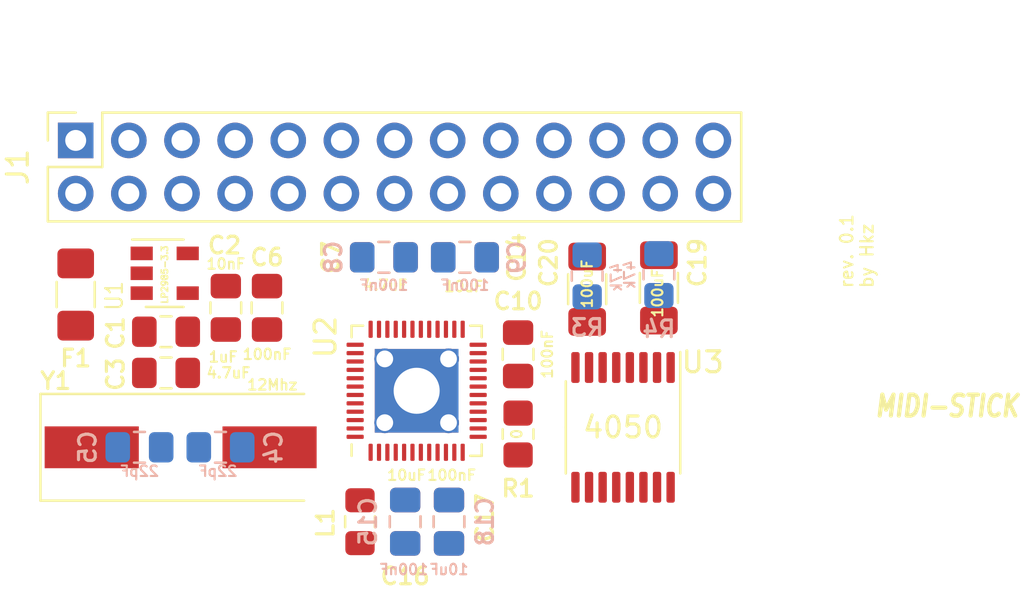
<source format=kicad_pcb>
(kicad_pcb (version 20171130) (host pcbnew 5.1.10-1.fc34)

  (general
    (thickness 1.6)
    (drawings 3)
    (tracks 0)
    (zones 0)
    (modules 27)
    (nets 20)
  )

  (page A4)
  (layers
    (0 F.Cu signal)
    (1 In1.Cu power)
    (2 In2.Cu power)
    (31 B.Cu signal)
    (32 B.Adhes user)
    (33 F.Adhes user)
    (34 B.Paste user)
    (35 F.Paste user)
    (36 B.SilkS user)
    (37 F.SilkS user)
    (38 B.Mask user)
    (39 F.Mask user)
    (40 Dwgs.User user)
    (41 Cmts.User user)
    (42 Eco1.User user)
    (43 Eco2.User user)
    (44 Edge.Cuts user)
    (45 Margin user)
    (46 B.CrtYd user)
    (47 F.CrtYd user)
    (48 B.Fab user)
    (49 F.Fab user)
  )

  (setup
    (last_trace_width 0.127)
    (user_trace_width 0.127)
    (user_trace_width 0.25)
    (user_trace_width 0.4)
    (trace_clearance 0.127)
    (zone_clearance 0.508)
    (zone_45_only no)
    (trace_min 0.127)
    (via_size 0.6)
    (via_drill 0.3)
    (via_min_size 0.6)
    (via_min_drill 0.3)
    (uvia_size 0.3)
    (uvia_drill 0.1)
    (uvias_allowed no)
    (uvia_min_size 0.2)
    (uvia_min_drill 0.1)
    (edge_width 0.05)
    (segment_width 0.2)
    (pcb_text_width 0.3)
    (pcb_text_size 1.5 1.5)
    (mod_edge_width 0.12)
    (mod_text_size 1 1)
    (mod_text_width 0.15)
    (pad_size 1.524 1.524)
    (pad_drill 0.762)
    (pad_to_mask_clearance 0)
    (aux_axis_origin 0 0)
    (visible_elements FFFFFF7F)
    (pcbplotparams
      (layerselection 0x010fc_ffffffff)
      (usegerberextensions true)
      (usegerberattributes true)
      (usegerberadvancedattributes true)
      (creategerberjobfile true)
      (excludeedgelayer true)
      (linewidth 0.100000)
      (plotframeref false)
      (viasonmask false)
      (mode 1)
      (useauxorigin false)
      (hpglpennumber 1)
      (hpglpenspeed 20)
      (hpglpendiameter 15.000000)
      (psnegative false)
      (psa4output false)
      (plotreference true)
      (plotvalue true)
      (plotinvisibletext false)
      (padsonsilk false)
      (subtractmaskfromsilk false)
      (outputformat 1)
      (mirror false)
      (drillshape 0)
      (scaleselection 1)
      (outputdirectory "gerbers/rev_0.1/"))
  )

  (net 0 "")
  (net 1 GND)
  (net 2 "Net-(C1-Pad1)")
  (net 3 "Net-(C2-Pad1)")
  (net 4 VDD)
  (net 5 "Net-(C4-Pad1)")
  (net 6 "Net-(C5-Pad1)")
  (net 7 "Net-(C6-Pad1)")
  (net 8 "Net-(C7-Pad2)")
  (net 9 VDDA)
  (net 10 GNDA)
  (net 11 "Net-(C17-Pad1)")
  (net 12 "Net-(C19-Pad1)")
  (net 13 "Net-(C20-Pad1)")
  (net 14 VCC)
  (net 15 /MIDI_IN)
  (net 16 /AOUT_L)
  (net 17 /AOUT_R)
  (net 18 /~RESET_5V)
  (net 19 "Net-(U2-Pad16)")

  (net_class Default "This is the default net class."
    (clearance 0.127)
    (trace_width 0.127)
    (via_dia 0.6)
    (via_drill 0.3)
    (uvia_dia 0.3)
    (uvia_drill 0.1)
    (diff_pair_width 0.127)
    (diff_pair_gap 0.57)
    (add_net /AOUT_L)
    (add_net /AOUT_R)
    (add_net /MIDI_IN)
    (add_net /~RESET_5V)
    (add_net "Net-(C17-Pad1)")
    (add_net "Net-(C19-Pad1)")
    (add_net "Net-(C2-Pad1)")
    (add_net "Net-(C20-Pad1)")
    (add_net "Net-(C4-Pad1)")
    (add_net "Net-(C5-Pad1)")
    (add_net "Net-(C6-Pad1)")
    (add_net "Net-(C7-Pad2)")
    (add_net "Net-(U2-Pad16)")
    (add_net "Net-(U2-Pad3)")
    (add_net "Net-(U2-Pad7)")
    (add_net "Net-(U3-Pad10)")
    (add_net "Net-(U3-Pad12)")
    (add_net "Net-(U3-Pad15)")
    (add_net "Net-(U3-Pad6)")
  )

  (net_class POWER ""
    (clearance 0.127)
    (trace_width 0.2)
    (via_dia 0.6)
    (via_drill 0.3)
    (uvia_dia 0.3)
    (uvia_drill 0.1)
    (diff_pair_width 0.127)
    (diff_pair_gap 0.57)
    (add_net GND)
    (add_net GNDA)
    (add_net "Net-(C1-Pad1)")
    (add_net VCC)
    (add_net VDD)
    (add_net VDDA)
  )

  (module Package_SO:TSSOP-16_4.4x5mm_P0.65mm (layer F.Cu) (tedit 5E476F32) (tstamp 60DD8E28)
    (at 134.62 88.138 270)
    (descr "TSSOP, 16 Pin (JEDEC MO-153 Var AB https://www.jedec.org/document_search?search_api_views_fulltext=MO-153), generated with kicad-footprint-generator ipc_gullwing_generator.py")
    (tags "TSSOP SO")
    (path /60F4BBB7)
    (attr smd)
    (fp_text reference U3 (at -3.1155 -3.81 180) (layer F.SilkS)
      (effects (font (size 1 1) (thickness 0.15)))
    )
    (fp_text value 4050 (at 0 0 180) (layer F.SilkS)
      (effects (font (size 1 1) (thickness 0.15)))
    )
    (fp_text user %R (at 0 0 90) (layer F.Fab)
      (effects (font (size 1 1) (thickness 0.15)))
    )
    (fp_line (start 0 2.735) (end 2.2 2.735) (layer F.SilkS) (width 0.12))
    (fp_line (start 0 2.735) (end -2.2 2.735) (layer F.SilkS) (width 0.12))
    (fp_line (start 0 -2.735) (end 2.2 -2.735) (layer F.SilkS) (width 0.12))
    (fp_line (start 0 -2.735) (end -3.6 -2.735) (layer F.SilkS) (width 0.12))
    (fp_line (start -1.2 -2.5) (end 2.2 -2.5) (layer F.Fab) (width 0.1))
    (fp_line (start 2.2 -2.5) (end 2.2 2.5) (layer F.Fab) (width 0.1))
    (fp_line (start 2.2 2.5) (end -2.2 2.5) (layer F.Fab) (width 0.1))
    (fp_line (start -2.2 2.5) (end -2.2 -1.5) (layer F.Fab) (width 0.1))
    (fp_line (start -2.2 -1.5) (end -1.2 -2.5) (layer F.Fab) (width 0.1))
    (fp_line (start -3.85 -2.75) (end -3.85 2.75) (layer F.CrtYd) (width 0.05))
    (fp_line (start -3.85 2.75) (end 3.85 2.75) (layer F.CrtYd) (width 0.05))
    (fp_line (start 3.85 2.75) (end 3.85 -2.75) (layer F.CrtYd) (width 0.05))
    (fp_line (start 3.85 -2.75) (end -3.85 -2.75) (layer F.CrtYd) (width 0.05))
    (pad 16 smd roundrect (at 2.8625 -2.275 270) (size 1.475 0.4) (layers F.Cu F.Paste F.Mask) (roundrect_rratio 0.25))
    (pad 15 smd roundrect (at 2.8625 -1.625 270) (size 1.475 0.4) (layers F.Cu F.Paste F.Mask) (roundrect_rratio 0.25))
    (pad 14 smd roundrect (at 2.8625 -0.975 270) (size 1.475 0.4) (layers F.Cu F.Paste F.Mask) (roundrect_rratio 0.25)
      (net 1 GND))
    (pad 13 smd roundrect (at 2.8625 -0.325 270) (size 1.475 0.4) (layers F.Cu F.Paste F.Mask) (roundrect_rratio 0.25))
    (pad 12 smd roundrect (at 2.8625 0.325 270) (size 1.475 0.4) (layers F.Cu F.Paste F.Mask) (roundrect_rratio 0.25))
    (pad 11 smd roundrect (at 2.8625 0.975 270) (size 1.475 0.4) (layers F.Cu F.Paste F.Mask) (roundrect_rratio 0.25)
      (net 1 GND))
    (pad 10 smd roundrect (at 2.8625 1.625 270) (size 1.475 0.4) (layers F.Cu F.Paste F.Mask) (roundrect_rratio 0.25))
    (pad 9 smd roundrect (at 2.8625 2.275 270) (size 1.475 0.4) (layers F.Cu F.Paste F.Mask) (roundrect_rratio 0.25)
      (net 1 GND))
    (pad 8 smd roundrect (at -2.8625 2.275 270) (size 1.475 0.4) (layers F.Cu F.Paste F.Mask) (roundrect_rratio 0.25)
      (net 1 GND))
    (pad 7 smd roundrect (at -2.8625 1.625 270) (size 1.475 0.4) (layers F.Cu F.Paste F.Mask) (roundrect_rratio 0.25)
      (net 1 GND))
    (pad 6 smd roundrect (at -2.8625 0.975 270) (size 1.475 0.4) (layers F.Cu F.Paste F.Mask) (roundrect_rratio 0.25))
    (pad 5 smd roundrect (at -2.8625 0.325 270) (size 1.475 0.4) (layers F.Cu F.Paste F.Mask) (roundrect_rratio 0.25)
      (net 15 /MIDI_IN))
    (pad 4 smd roundrect (at -2.8625 -0.325 270) (size 1.475 0.4) (layers F.Cu F.Paste F.Mask) (roundrect_rratio 0.25)
      (net 19 "Net-(U2-Pad16)"))
    (pad 3 smd roundrect (at -2.8625 -0.975 270) (size 1.475 0.4) (layers F.Cu F.Paste F.Mask) (roundrect_rratio 0.25)
      (net 18 /~RESET_5V))
    (pad 2 smd roundrect (at -2.8625 -1.625 270) (size 1.475 0.4) (layers F.Cu F.Paste F.Mask) (roundrect_rratio 0.25)
      (net 7 "Net-(C6-Pad1)"))
    (pad 1 smd roundrect (at -2.8625 -2.275 270) (size 1.475 0.4) (layers F.Cu F.Paste F.Mask) (roundrect_rratio 0.25)
      (net 4 VDD))
    (model ${KISYS3DMOD}/Package_SO.3dshapes/TSSOP-16_4.4x5mm_P0.65mm.wrl
      (at (xyz 0 0 0))
      (scale (xyz 1 1 1))
      (rotate (xyz 0 0 0))
    )
  )

  (module Connector_PinSocket_2.54mm:PinSocket_2x13_P2.54mm_Vertical (layer F.Cu) (tedit 5A19A430) (tstamp 60DD8CB6)
    (at 108.458 74.422 90)
    (descr "Through hole straight socket strip, 2x13, 2.54mm pitch, double cols (from Kicad 4.0.7), script generated")
    (tags "Through hole socket strip THT 2x13 2.54mm double row")
    (path /60E1D4BF)
    (fp_text reference J1 (at -1.27 -2.77 90) (layer F.SilkS)
      (effects (font (size 1 1) (thickness 0.15)))
    )
    (fp_text value "Wavetable Connector" (at -1.27 33.25 90) (layer F.Fab)
      (effects (font (size 1 1) (thickness 0.15)))
    )
    (fp_text user %R (at -1.27 15.24) (layer F.Fab)
      (effects (font (size 1 1) (thickness 0.15)))
    )
    (fp_line (start -3.81 -1.27) (end 0.27 -1.27) (layer F.Fab) (width 0.1))
    (fp_line (start 0.27 -1.27) (end 1.27 -0.27) (layer F.Fab) (width 0.1))
    (fp_line (start 1.27 -0.27) (end 1.27 31.75) (layer F.Fab) (width 0.1))
    (fp_line (start 1.27 31.75) (end -3.81 31.75) (layer F.Fab) (width 0.1))
    (fp_line (start -3.81 31.75) (end -3.81 -1.27) (layer F.Fab) (width 0.1))
    (fp_line (start -3.87 -1.33) (end -1.27 -1.33) (layer F.SilkS) (width 0.12))
    (fp_line (start -3.87 -1.33) (end -3.87 31.81) (layer F.SilkS) (width 0.12))
    (fp_line (start -3.87 31.81) (end 1.33 31.81) (layer F.SilkS) (width 0.12))
    (fp_line (start 1.33 1.27) (end 1.33 31.81) (layer F.SilkS) (width 0.12))
    (fp_line (start -1.27 1.27) (end 1.33 1.27) (layer F.SilkS) (width 0.12))
    (fp_line (start -1.27 -1.33) (end -1.27 1.27) (layer F.SilkS) (width 0.12))
    (fp_line (start 1.33 -1.33) (end 1.33 0) (layer F.SilkS) (width 0.12))
    (fp_line (start 0 -1.33) (end 1.33 -1.33) (layer F.SilkS) (width 0.12))
    (fp_line (start -4.34 -1.8) (end 1.76 -1.8) (layer F.CrtYd) (width 0.05))
    (fp_line (start 1.76 -1.8) (end 1.76 32.25) (layer F.CrtYd) (width 0.05))
    (fp_line (start 1.76 32.25) (end -4.34 32.25) (layer F.CrtYd) (width 0.05))
    (fp_line (start -4.34 32.25) (end -4.34 -1.8) (layer F.CrtYd) (width 0.05))
    (pad 26 thru_hole oval (at -2.54 30.48 90) (size 1.7 1.7) (drill 1) (layers *.Cu *.Mask)
      (net 18 /~RESET_5V))
    (pad 25 thru_hole oval (at 0 30.48 90) (size 1.7 1.7) (drill 1) (layers *.Cu *.Mask))
    (pad 24 thru_hole oval (at -2.54 27.94 90) (size 1.7 1.7) (drill 1) (layers *.Cu *.Mask)
      (net 16 /AOUT_L))
    (pad 23 thru_hole oval (at 0 27.94 90) (size 1.7 1.7) (drill 1) (layers *.Cu *.Mask))
    (pad 22 thru_hole oval (at -2.54 25.4 90) (size 1.7 1.7) (drill 1) (layers *.Cu *.Mask))
    (pad 21 thru_hole oval (at 0 25.4 90) (size 1.7 1.7) (drill 1) (layers *.Cu *.Mask))
    (pad 20 thru_hole oval (at -2.54 22.86 90) (size 1.7 1.7) (drill 1) (layers *.Cu *.Mask)
      (net 17 /AOUT_R))
    (pad 19 thru_hole oval (at 0 22.86 90) (size 1.7 1.7) (drill 1) (layers *.Cu *.Mask))
    (pad 18 thru_hole oval (at -2.54 20.32 90) (size 1.7 1.7) (drill 1) (layers *.Cu *.Mask))
    (pad 17 thru_hole oval (at 0 20.32 90) (size 1.7 1.7) (drill 1) (layers *.Cu *.Mask))
    (pad 16 thru_hole oval (at -2.54 17.78 90) (size 1.7 1.7) (drill 1) (layers *.Cu *.Mask))
    (pad 15 thru_hole oval (at 0 17.78 90) (size 1.7 1.7) (drill 1) (layers *.Cu *.Mask))
    (pad 14 thru_hole oval (at -2.54 15.24 90) (size 1.7 1.7) (drill 1) (layers *.Cu *.Mask)
      (net 14 VCC))
    (pad 13 thru_hole oval (at 0 15.24 90) (size 1.7 1.7) (drill 1) (layers *.Cu *.Mask))
    (pad 12 thru_hole oval (at -2.54 12.7 90) (size 1.7 1.7) (drill 1) (layers *.Cu *.Mask))
    (pad 11 thru_hole oval (at 0 12.7 90) (size 1.7 1.7) (drill 1) (layers *.Cu *.Mask)
      (net 1 GND))
    (pad 10 thru_hole oval (at -2.54 10.16 90) (size 1.7 1.7) (drill 1) (layers *.Cu *.Mask)
      (net 14 VCC))
    (pad 9 thru_hole oval (at 0 10.16 90) (size 1.7 1.7) (drill 1) (layers *.Cu *.Mask)
      (net 1 GND))
    (pad 8 thru_hole oval (at -2.54 7.62 90) (size 1.7 1.7) (drill 1) (layers *.Cu *.Mask))
    (pad 7 thru_hole oval (at 0 7.62 90) (size 1.7 1.7) (drill 1) (layers *.Cu *.Mask)
      (net 1 GND))
    (pad 6 thru_hole oval (at -2.54 5.08 90) (size 1.7 1.7) (drill 1) (layers *.Cu *.Mask)
      (net 14 VCC))
    (pad 5 thru_hole oval (at 0 5.08 90) (size 1.7 1.7) (drill 1) (layers *.Cu *.Mask)
      (net 1 GND))
    (pad 4 thru_hole oval (at -2.54 2.54 90) (size 1.7 1.7) (drill 1) (layers *.Cu *.Mask)
      (net 15 /MIDI_IN))
    (pad 3 thru_hole oval (at 0 2.54 90) (size 1.7 1.7) (drill 1) (layers *.Cu *.Mask)
      (net 1 GND))
    (pad 2 thru_hole oval (at -2.54 0 90) (size 1.7 1.7) (drill 1) (layers *.Cu *.Mask))
    (pad 1 thru_hole rect (at 0 0 90) (size 1.7 1.7) (drill 1) (layers *.Cu *.Mask)
      (net 1 GND))
    (model ${KISYS3DMOD}/Connector_PinSocket_2.54mm.3dshapes/PinSocket_2x13_P2.54mm_Vertical.wrl
      (at (xyz 0 0 0))
      (scale (xyz 1 1 1))
      (rotate (xyz 0 0 0))
    )
  )

  (module MIDIPLUG:QFN-48-1EP_6x6mm_P0.4mm_EP4.66x4.66mm_BackHoles (layer F.Cu) (tedit 60CA2DC5) (tstamp 60B3C3CA)
    (at 124.7555 86.389 90)
    (descr "QFN, 48 Pin (https://www.onsemi.com/pub/Collateral/485BA.PDF), generated with kicad-footprint-generator ipc_noLead_generator.py")
    (tags "QFN NoLead")
    (path /60B3E47B)
    (attr smd)
    (fp_text reference U2 (at 2.569 -4.3595 90) (layer F.SilkS)
      (effects (font (size 1 1) (thickness 0.15)))
    )
    (fp_text value SAM2695 (at 0 4.3 90) (layer F.Fab)
      (effects (font (size 1 1) (thickness 0.15)))
    )
    (fp_line (start 3.6 -3.6) (end -3.6 -3.6) (layer F.CrtYd) (width 0.05))
    (fp_line (start 3.6 3.6) (end 3.6 -3.6) (layer F.CrtYd) (width 0.05))
    (fp_line (start -3.6 3.6) (end 3.6 3.6) (layer F.CrtYd) (width 0.05))
    (fp_line (start -3.6 -3.6) (end -3.6 3.6) (layer F.CrtYd) (width 0.05))
    (fp_line (start -3 -2) (end -2 -3) (layer F.Fab) (width 0.1))
    (fp_line (start -3 3) (end -3 -2) (layer F.Fab) (width 0.1))
    (fp_line (start 3 3) (end -3 3) (layer F.Fab) (width 0.1))
    (fp_line (start 3 -3) (end 3 3) (layer F.Fab) (width 0.1))
    (fp_line (start -2 -3) (end 3 -3) (layer F.Fab) (width 0.1))
    (fp_line (start -2.56 -3.11) (end -3.11 -3.11) (layer F.SilkS) (width 0.12))
    (fp_line (start 3.11 3.11) (end 3.11 2.56) (layer F.SilkS) (width 0.12))
    (fp_line (start 2.56 3.11) (end 3.11 3.11) (layer F.SilkS) (width 0.12))
    (fp_line (start -3.11 3.11) (end -3.11 2.56) (layer F.SilkS) (width 0.12))
    (fp_line (start -2.56 3.11) (end -3.11 3.11) (layer F.SilkS) (width 0.12))
    (fp_line (start 3.11 -3.11) (end 3.11 -2.56) (layer F.SilkS) (width 0.12))
    (fp_line (start 2.56 -3.11) (end 3.11 -3.11) (layer F.SilkS) (width 0.12))
    (fp_text user %R (at 0 0 90) (layer F.Fab)
      (effects (font (size 1 1) (thickness 0.15)))
    )
    (pad 49 thru_hole circle (at -1.524 1.524 90) (size 1 1) (drill 0.8) (layers *.Cu)
      (net 1 GND))
    (pad 49 thru_hole circle (at 1.524 1.524 90) (size 1 1) (drill 0.8) (layers *.Cu)
      (net 1 GND))
    (pad 49 thru_hole circle (at 1.524 -1.524 90) (size 1 1) (drill 0.8) (layers *.Cu)
      (net 1 GND))
    (pad "" smd roundrect (at 1.2 1.2 90) (size 0.967471 0.967471) (layers F.Paste) (roundrect_rratio 0.25))
    (pad "" smd roundrect (at 1.2 0 90) (size 0.967471 0.967471) (layers F.Paste) (roundrect_rratio 0.25))
    (pad "" smd roundrect (at 1.2 -1.2 90) (size 0.967471 0.967471) (layers F.Paste) (roundrect_rratio 0.25))
    (pad "" smd roundrect (at 0 1.2 90) (size 0.967471 0.967471) (layers F.Paste) (roundrect_rratio 0.25))
    (pad "" smd roundrect (at 0 0 90) (size 0.967471 0.967471) (layers F.Paste) (roundrect_rratio 0.25))
    (pad "" smd roundrect (at 0 -1.2 90) (size 0.967471 0.967471) (layers F.Paste) (roundrect_rratio 0.25))
    (pad "" smd roundrect (at -1.2 1.2 90) (size 0.967471 0.967471) (layers F.Paste) (roundrect_rratio 0.25))
    (pad "" smd roundrect (at -1.2 0 90) (size 0.967471 0.967471) (layers F.Paste) (roundrect_rratio 0.25))
    (pad "" smd roundrect (at -1.2 -1.2 90) (size 0.967471 0.967471) (layers F.Paste) (roundrect_rratio 0.25))
    (pad 49 smd rect (at 0 0 90) (size 4 4) (layers B.Cu)
      (net 1 GND))
    (pad 49 thru_hole circle (at 0 0 90) (size 2.8 2.8) (drill 2.2) (layers *.Cu)
      (net 1 GND))
    (pad 49 thru_hole circle (at -1.524 -1.524 90) (size 1 1) (drill 0.8) (layers *.Cu)
      (net 1 GND))
    (pad 49 smd rect (at 0 0 90) (size 4 4) (layers F.Cu F.Mask)
      (net 1 GND))
    (pad 48 smd roundrect (at -2.2 -2.94 90) (size 0.2 0.82) (layers F.Cu F.Paste F.Mask) (roundrect_rratio 0.25)
      (net 1 GND))
    (pad 47 smd roundrect (at -1.8 -2.94 90) (size 0.2 0.82) (layers F.Cu F.Paste F.Mask) (roundrect_rratio 0.25)
      (net 4 VDD))
    (pad 46 smd roundrect (at -1.4 -2.94 90) (size 0.2 0.82) (layers F.Cu F.Paste F.Mask) (roundrect_rratio 0.25)
      (net 4 VDD))
    (pad 45 smd roundrect (at -1 -2.94 90) (size 0.2 0.82) (layers F.Cu F.Paste F.Mask) (roundrect_rratio 0.25)
      (net 1 GND))
    (pad 44 smd roundrect (at -0.6 -2.94 90) (size 0.2 0.82) (layers F.Cu F.Paste F.Mask) (roundrect_rratio 0.25))
    (pad 43 smd roundrect (at -0.2 -2.94 90) (size 0.2 0.82) (layers F.Cu F.Paste F.Mask) (roundrect_rratio 0.25))
    (pad 42 smd roundrect (at 0.2 -2.94 90) (size 0.2 0.82) (layers F.Cu F.Paste F.Mask) (roundrect_rratio 0.25))
    (pad 41 smd roundrect (at 0.6 -2.94 90) (size 0.2 0.82) (layers F.Cu F.Paste F.Mask) (roundrect_rratio 0.25)
      (net 4 VDD))
    (pad 40 smd roundrect (at 1 -2.94 90) (size 0.2 0.82) (layers F.Cu F.Paste F.Mask) (roundrect_rratio 0.25)
      (net 6 "Net-(C5-Pad1)"))
    (pad 39 smd roundrect (at 1.4 -2.94 90) (size 0.2 0.82) (layers F.Cu F.Paste F.Mask) (roundrect_rratio 0.25)
      (net 5 "Net-(C4-Pad1)"))
    (pad 38 smd roundrect (at 1.8 -2.94 90) (size 0.2 0.82) (layers F.Cu F.Paste F.Mask) (roundrect_rratio 0.25)
      (net 7 "Net-(C6-Pad1)"))
    (pad 37 smd roundrect (at 2.2 -2.94 90) (size 0.2 0.82) (layers F.Cu F.Paste F.Mask) (roundrect_rratio 0.25)
      (net 1 GND))
    (pad 36 smd roundrect (at 2.94 -2.2 90) (size 0.82 0.2) (layers F.Cu F.Paste F.Mask) (roundrect_rratio 0.25)
      (net 1 GND))
    (pad 35 smd roundrect (at 2.94 -1.8 90) (size 0.82 0.2) (layers F.Cu F.Paste F.Mask) (roundrect_rratio 0.25)
      (net 4 VDD))
    (pad 34 smd roundrect (at 2.94 -1.4 90) (size 0.82 0.2) (layers F.Cu F.Paste F.Mask) (roundrect_rratio 0.25)
      (net 8 "Net-(C7-Pad2)"))
    (pad 33 smd roundrect (at 2.94 -1 90) (size 0.82 0.2) (layers F.Cu F.Paste F.Mask) (roundrect_rratio 0.25))
    (pad 32 smd roundrect (at 2.94 -0.6 90) (size 0.82 0.2) (layers F.Cu F.Paste F.Mask) (roundrect_rratio 0.25))
    (pad 31 smd roundrect (at 2.94 -0.2 90) (size 0.82 0.2) (layers F.Cu F.Paste F.Mask) (roundrect_rratio 0.25)
      (net 4 VDD))
    (pad 30 smd roundrect (at 2.94 0.2 90) (size 0.82 0.2) (layers F.Cu F.Paste F.Mask) (roundrect_rratio 0.25))
    (pad 29 smd roundrect (at 2.94 0.6 90) (size 0.82 0.2) (layers F.Cu F.Paste F.Mask) (roundrect_rratio 0.25))
    (pad 28 smd roundrect (at 2.94 1 90) (size 0.82 0.2) (layers F.Cu F.Paste F.Mask) (roundrect_rratio 0.25))
    (pad 27 smd roundrect (at 2.94 1.4 90) (size 0.82 0.2) (layers F.Cu F.Paste F.Mask) (roundrect_rratio 0.25))
    (pad 26 smd roundrect (at 2.94 1.8 90) (size 0.82 0.2) (layers F.Cu F.Paste F.Mask) (roundrect_rratio 0.25))
    (pad 25 smd roundrect (at 2.94 2.2 90) (size 0.82 0.2) (layers F.Cu F.Paste F.Mask) (roundrect_rratio 0.25)
      (net 1 GND))
    (pad 24 smd roundrect (at 2.2 2.94 90) (size 0.2 0.82) (layers F.Cu F.Paste F.Mask) (roundrect_rratio 0.25))
    (pad 23 smd roundrect (at 1.8 2.94 90) (size 0.2 0.82) (layers F.Cu F.Paste F.Mask) (roundrect_rratio 0.25))
    (pad 22 smd roundrect (at 1.4 2.94 90) (size 0.2 0.82) (layers F.Cu F.Paste F.Mask) (roundrect_rratio 0.25))
    (pad 21 smd roundrect (at 1 2.94 90) (size 0.2 0.82) (layers F.Cu F.Paste F.Mask) (roundrect_rratio 0.25))
    (pad 20 smd roundrect (at 0.6 2.94 90) (size 0.2 0.82) (layers F.Cu F.Paste F.Mask) (roundrect_rratio 0.25)
      (net 4 VDD))
    (pad 19 smd roundrect (at 0.2 2.94 90) (size 0.2 0.82) (layers F.Cu F.Paste F.Mask) (roundrect_rratio 0.25))
    (pad 18 smd roundrect (at -0.2 2.94 90) (size 0.2 0.82) (layers F.Cu F.Paste F.Mask) (roundrect_rratio 0.25)
      (net 1 GND))
    (pad 17 smd roundrect (at -0.6 2.94 90) (size 0.2 0.82) (layers F.Cu F.Paste F.Mask) (roundrect_rratio 0.25))
    (pad 16 smd roundrect (at -1 2.94 90) (size 0.2 0.82) (layers F.Cu F.Paste F.Mask) (roundrect_rratio 0.25)
      (net 19 "Net-(U2-Pad16)"))
    (pad 15 smd roundrect (at -1.4 2.94 90) (size 0.2 0.82) (layers F.Cu F.Paste F.Mask) (roundrect_rratio 0.25)
      (net 1 GND))
    (pad 14 smd roundrect (at -1.8 2.94 90) (size 0.2 0.82) (layers F.Cu F.Paste F.Mask) (roundrect_rratio 0.25)
      (net 1 GND))
    (pad 13 smd roundrect (at -2.2 2.94 90) (size 0.2 0.82) (layers F.Cu F.Paste F.Mask) (roundrect_rratio 0.25)
      (net 1 GND))
    (pad 12 smd roundrect (at -2.94 2.2 90) (size 0.82 0.2) (layers F.Cu F.Paste F.Mask) (roundrect_rratio 0.25)
      (net 4 VDD))
    (pad 11 smd roundrect (at -2.94 1.8 90) (size 0.82 0.2) (layers F.Cu F.Paste F.Mask) (roundrect_rratio 0.25)
      (net 4 VDD))
    (pad 10 smd roundrect (at -2.94 1.4 90) (size 0.82 0.2) (layers F.Cu F.Paste F.Mask) (roundrect_rratio 0.25)
      (net 1 GND))
    (pad 9 smd roundrect (at -2.94 1 90) (size 0.82 0.2) (layers F.Cu F.Paste F.Mask) (roundrect_rratio 0.25)
      (net 1 GND))
    (pad 8 smd roundrect (at -2.94 0.6 90) (size 0.82 0.2) (layers F.Cu F.Paste F.Mask) (roundrect_rratio 0.25)
      (net 4 VDD))
    (pad 7 smd roundrect (at -2.94 0.2 90) (size 0.82 0.2) (layers F.Cu F.Paste F.Mask) (roundrect_rratio 0.25))
    (pad 6 smd roundrect (at -2.94 -0.2 90) (size 0.82 0.2) (layers F.Cu F.Paste F.Mask) (roundrect_rratio 0.25)
      (net 9 VDDA))
    (pad 5 smd roundrect (at -2.94 -0.6 90) (size 0.82 0.2) (layers F.Cu F.Paste F.Mask) (roundrect_rratio 0.25)
      (net 11 "Net-(C17-Pad1)"))
    (pad 4 smd roundrect (at -2.94 -1 90) (size 0.82 0.2) (layers F.Cu F.Paste F.Mask) (roundrect_rratio 0.25)
      (net 10 GNDA))
    (pad 3 smd roundrect (at -2.94 -1.4 90) (size 0.82 0.2) (layers F.Cu F.Paste F.Mask) (roundrect_rratio 0.25))
    (pad 2 smd roundrect (at -2.94 -1.8 90) (size 0.82 0.2) (layers F.Cu F.Paste F.Mask) (roundrect_rratio 0.25)
      (net 13 "Net-(C20-Pad1)"))
    (pad 1 smd roundrect (at -2.94 -2.2 90) (size 0.82 0.2) (layers F.Cu F.Paste F.Mask) (roundrect_rratio 0.25)
      (net 12 "Net-(C19-Pad1)"))
    (model ${KISYS3DMOD}/Package_DFN_QFN.3dshapes/QFN-48-1EP_6x6mm_P0.4mm_EP4.66x4.66mm.wrl
      (at (xyz 0 0 0))
      (scale (xyz 1 1 1))
      (rotate (xyz 0 0 0))
    )
  )

  (module Crystal:Crystal_SMD_HC49-SD (layer F.Cu) (tedit 5A1AD52C) (tstamp 60B3C3E0)
    (at 113.4745 89.0905)
    (descr "SMD Crystal HC-49-SD http://cdn-reichelt.de/documents/datenblatt/B400/xxx-HC49-SMD.pdf, 11.4x4.7mm^2 package")
    (tags "SMD SMT crystal")
    (path /60B4BC85)
    (attr smd)
    (fp_text reference Y1 (at -5.969 -3.175 180) (layer F.SilkS)
      (effects (font (size 0.8 0.8) (thickness 0.15)))
    )
    (fp_text value 12Mhz (at 4.3815 -2.9845 180) (layer F.SilkS)
      (effects (font (size 0.5 0.5) (thickness 0.1)))
    )
    (fp_line (start 6.8 -2.6) (end -6.8 -2.6) (layer F.CrtYd) (width 0.05))
    (fp_line (start 6.8 2.6) (end 6.8 -2.6) (layer F.CrtYd) (width 0.05))
    (fp_line (start -6.8 2.6) (end 6.8 2.6) (layer F.CrtYd) (width 0.05))
    (fp_line (start -6.8 -2.6) (end -6.8 2.6) (layer F.CrtYd) (width 0.05))
    (fp_line (start -6.7 2.55) (end 5.9 2.55) (layer F.SilkS) (width 0.12))
    (fp_line (start -6.7 -2.55) (end -6.7 2.55) (layer F.SilkS) (width 0.12))
    (fp_line (start 5.9 -2.55) (end -6.7 -2.55) (layer F.SilkS) (width 0.12))
    (fp_line (start -3.015 2.115) (end 3.015 2.115) (layer F.Fab) (width 0.1))
    (fp_line (start -3.015 -2.115) (end 3.015 -2.115) (layer F.Fab) (width 0.1))
    (fp_line (start 5.7 -2.35) (end -5.7 -2.35) (layer F.Fab) (width 0.1))
    (fp_line (start 5.7 2.35) (end 5.7 -2.35) (layer F.Fab) (width 0.1))
    (fp_line (start -5.7 2.35) (end 5.7 2.35) (layer F.Fab) (width 0.1))
    (fp_line (start -5.7 -2.35) (end -5.7 2.35) (layer F.Fab) (width 0.1))
    (fp_arc (start 3.015 0) (end 3.015 -2.115) (angle 180) (layer F.Fab) (width 0.1))
    (fp_arc (start -3.015 0) (end -3.015 -2.115) (angle -180) (layer F.Fab) (width 0.1))
    (fp_text user %R (at 0 0) (layer F.Fab)
      (effects (font (size 1 1) (thickness 0.15)))
    )
    (pad 2 smd rect (at 4.25 0) (size 4.5 2) (layers F.Cu F.Paste F.Mask)
      (net 5 "Net-(C4-Pad1)"))
    (pad 1 smd rect (at -4.25 0) (size 4.5 2) (layers F.Cu F.Paste F.Mask)
      (net 6 "Net-(C5-Pad1)"))
    (model ${KISYS3DMOD}/Crystal.3dshapes/Crystal_SMD_HC49-SD.wrl
      (at (xyz 0 0 0))
      (scale (xyz 1 1 1))
      (rotate (xyz 0 0 0))
    )
  )

  (module Package_TO_SOT_SMD:SOT-23-5 (layer F.Cu) (tedit 5A02FF57) (tstamp 60B3C36A)
    (at 112.7125 80.772)
    (descr "5-pin SOT23 package")
    (tags SOT-23-5)
    (path /60B33BD4)
    (attr smd)
    (fp_text reference U1 (at -2.413 1.0795 90) (layer F.SilkS)
      (effects (font (size 0.8 0.7) (thickness 0.1)))
    )
    (fp_text value LP2985-3.3 (at 0 0.0635 90) (layer F.SilkS)
      (effects (font (size 0.3 0.3) (thickness 0.075)))
    )
    (fp_line (start 0.9 -1.55) (end 0.9 1.55) (layer F.Fab) (width 0.1))
    (fp_line (start 0.9 1.55) (end -0.9 1.55) (layer F.Fab) (width 0.1))
    (fp_line (start -0.9 -0.9) (end -0.9 1.55) (layer F.Fab) (width 0.1))
    (fp_line (start 0.9 -1.55) (end -0.25 -1.55) (layer F.Fab) (width 0.1))
    (fp_line (start -0.9 -0.9) (end -0.25 -1.55) (layer F.Fab) (width 0.1))
    (fp_line (start -1.9 1.8) (end -1.9 -1.8) (layer F.CrtYd) (width 0.05))
    (fp_line (start 1.9 1.8) (end -1.9 1.8) (layer F.CrtYd) (width 0.05))
    (fp_line (start 1.9 -1.8) (end 1.9 1.8) (layer F.CrtYd) (width 0.05))
    (fp_line (start -1.9 -1.8) (end 1.9 -1.8) (layer F.CrtYd) (width 0.05))
    (fp_line (start 0.9 -1.61) (end -1.55 -1.61) (layer F.SilkS) (width 0.12))
    (fp_line (start -0.9 1.61) (end 0.9 1.61) (layer F.SilkS) (width 0.12))
    (fp_text user %R (at 0 0 90) (layer F.Fab)
      (effects (font (size 0.5 0.5) (thickness 0.075)))
    )
    (pad 5 smd rect (at 1.1 -0.95) (size 1.06 0.65) (layers F.Cu F.Paste F.Mask)
      (net 4 VDD))
    (pad 4 smd rect (at 1.1 0.95) (size 1.06 0.65) (layers F.Cu F.Paste F.Mask)
      (net 3 "Net-(C2-Pad1)"))
    (pad 3 smd rect (at -1.1 0.95) (size 1.06 0.65) (layers F.Cu F.Paste F.Mask)
      (net 2 "Net-(C1-Pad1)"))
    (pad 2 smd rect (at -1.1 0) (size 1.06 0.65) (layers F.Cu F.Paste F.Mask)
      (net 1 GND))
    (pad 1 smd rect (at -1.1 -0.95) (size 1.06 0.65) (layers F.Cu F.Paste F.Mask)
      (net 2 "Net-(C1-Pad1)"))
    (model ${KISYS3DMOD}/Package_TO_SOT_SMD.3dshapes/SOT-23-5.wrl
      (at (xyz 0 0 0))
      (scale (xyz 1 1 1))
      (rotate (xyz 0 0 0))
    )
  )

  (module Resistor_SMD:R_0805_2012Metric_Pad1.20x1.40mm_HandSolder (layer B.Cu) (tedit 5F68FEEE) (tstamp 60B3C344)
    (at 136.3345 80.8355 270)
    (descr "Resistor SMD 0805 (2012 Metric), square (rectangular) end terminal, IPC_7351 nominal with elongated pad for handsoldering. (Body size source: IPC-SM-782 page 72, https://www.pcb-3d.com/wordpress/wp-content/uploads/ipc-sm-782a_amendment_1_and_2.pdf), generated with kicad-footprint-generator")
    (tags "resistor handsolder")
    (path /60C4C6FA)
    (attr smd)
    (fp_text reference R4 (at 2.6035 0) (layer B.SilkS)
      (effects (font (size 0.8 0.8) (thickness 0.15)) (justify mirror))
    )
    (fp_text value 47k (at 0 1.397 90) (layer B.SilkS)
      (effects (font (size 0.5 0.5) (thickness 0.1)) (justify mirror))
    )
    (fp_line (start 1.85 -0.95) (end -1.85 -0.95) (layer B.CrtYd) (width 0.05))
    (fp_line (start 1.85 0.95) (end 1.85 -0.95) (layer B.CrtYd) (width 0.05))
    (fp_line (start -1.85 0.95) (end 1.85 0.95) (layer B.CrtYd) (width 0.05))
    (fp_line (start -1.85 -0.95) (end -1.85 0.95) (layer B.CrtYd) (width 0.05))
    (fp_line (start -0.227064 -0.735) (end 0.227064 -0.735) (layer B.SilkS) (width 0.12))
    (fp_line (start -0.227064 0.735) (end 0.227064 0.735) (layer B.SilkS) (width 0.12))
    (fp_line (start 1 -0.625) (end -1 -0.625) (layer B.Fab) (width 0.1))
    (fp_line (start 1 0.625) (end 1 -0.625) (layer B.Fab) (width 0.1))
    (fp_line (start -1 0.625) (end 1 0.625) (layer B.Fab) (width 0.1))
    (fp_line (start -1 -0.625) (end -1 0.625) (layer B.Fab) (width 0.1))
    (fp_text user %R (at 0 0 90) (layer B.Fab)
      (effects (font (size 0.5 0.5) (thickness 0.08)) (justify mirror))
    )
    (pad 2 smd roundrect (at 1 0 270) (size 1.2 1.4) (layers B.Cu B.Paste B.Mask) (roundrect_rratio 0.208333)
      (net 10 GNDA))
    (pad 1 smd roundrect (at -1 0 270) (size 1.2 1.4) (layers B.Cu B.Paste B.Mask) (roundrect_rratio 0.208333)
      (net 16 /AOUT_L))
    (model ${KISYS3DMOD}/Resistor_SMD.3dshapes/R_0805_2012Metric.wrl
      (at (xyz 0 0 0))
      (scale (xyz 1 1 1))
      (rotate (xyz 0 0 0))
    )
  )

  (module Resistor_SMD:R_0805_2012Metric_Pad1.20x1.40mm_HandSolder (layer B.Cu) (tedit 5F68FEEE) (tstamp 60B3C333)
    (at 132.9055 80.899 270)
    (descr "Resistor SMD 0805 (2012 Metric), square (rectangular) end terminal, IPC_7351 nominal with elongated pad for handsoldering. (Body size source: IPC-SM-782 page 72, https://www.pcb-3d.com/wordpress/wp-content/uploads/ipc-sm-782a_amendment_1_and_2.pdf), generated with kicad-footprint-generator")
    (tags "resistor handsolder")
    (path /60C49F1F)
    (attr smd)
    (fp_text reference R3 (at 2.4765 0 180) (layer B.SilkS)
      (effects (font (size 0.8 0.8) (thickness 0.15)) (justify mirror))
    )
    (fp_text value 47k (at 0.0635 -1.397 90) (layer B.SilkS)
      (effects (font (size 0.5 0.5) (thickness 0.1)) (justify mirror))
    )
    (fp_line (start 1.85 -0.95) (end -1.85 -0.95) (layer B.CrtYd) (width 0.05))
    (fp_line (start 1.85 0.95) (end 1.85 -0.95) (layer B.CrtYd) (width 0.05))
    (fp_line (start -1.85 0.95) (end 1.85 0.95) (layer B.CrtYd) (width 0.05))
    (fp_line (start -1.85 -0.95) (end -1.85 0.95) (layer B.CrtYd) (width 0.05))
    (fp_line (start -0.227064 -0.735) (end 0.227064 -0.735) (layer B.SilkS) (width 0.12))
    (fp_line (start -0.227064 0.735) (end 0.227064 0.735) (layer B.SilkS) (width 0.12))
    (fp_line (start 1 -0.625) (end -1 -0.625) (layer B.Fab) (width 0.1))
    (fp_line (start 1 0.625) (end 1 -0.625) (layer B.Fab) (width 0.1))
    (fp_line (start -1 0.625) (end 1 0.625) (layer B.Fab) (width 0.1))
    (fp_line (start -1 -0.625) (end -1 0.625) (layer B.Fab) (width 0.1))
    (fp_text user %R (at 0 0 90) (layer B.Fab)
      (effects (font (size 0.5 0.5) (thickness 0.08)) (justify mirror))
    )
    (pad 2 smd roundrect (at 1 0 270) (size 1.2 1.4) (layers B.Cu B.Paste B.Mask) (roundrect_rratio 0.208333)
      (net 10 GNDA))
    (pad 1 smd roundrect (at -1 0 270) (size 1.2 1.4) (layers B.Cu B.Paste B.Mask) (roundrect_rratio 0.208333)
      (net 17 /AOUT_R))
    (model ${KISYS3DMOD}/Resistor_SMD.3dshapes/R_0805_2012Metric.wrl
      (at (xyz 0 0 0))
      (scale (xyz 1 1 1))
      (rotate (xyz 0 0 0))
    )
  )

  (module Resistor_SMD:R_0805_2012Metric_Pad1.20x1.40mm_HandSolder (layer F.Cu) (tedit 5F68FEEE) (tstamp 60B3C311)
    (at 129.6035 88.4555 90)
    (descr "Resistor SMD 0805 (2012 Metric), square (rectangular) end terminal, IPC_7351 nominal with elongated pad for handsoldering. (Body size source: IPC-SM-782 page 72, https://www.pcb-3d.com/wordpress/wp-content/uploads/ipc-sm-782a_amendment_1_and_2.pdf), generated with kicad-footprint-generator")
    (tags "resistor handsolder")
    (path /60B3A26A)
    (attr smd)
    (fp_text reference R1 (at -2.6035 0 180) (layer F.SilkS)
      (effects (font (size 0.8 0.8) (thickness 0.15)))
    )
    (fp_text value 0 (at 0 -0.0635 90) (layer F.SilkS)
      (effects (font (size 0.5 0.5) (thickness 0.1)))
    )
    (fp_line (start 1.85 0.95) (end -1.85 0.95) (layer F.CrtYd) (width 0.05))
    (fp_line (start 1.85 -0.95) (end 1.85 0.95) (layer F.CrtYd) (width 0.05))
    (fp_line (start -1.85 -0.95) (end 1.85 -0.95) (layer F.CrtYd) (width 0.05))
    (fp_line (start -1.85 0.95) (end -1.85 -0.95) (layer F.CrtYd) (width 0.05))
    (fp_line (start -0.227064 0.735) (end 0.227064 0.735) (layer F.SilkS) (width 0.12))
    (fp_line (start -0.227064 -0.735) (end 0.227064 -0.735) (layer F.SilkS) (width 0.12))
    (fp_line (start 1 0.625) (end -1 0.625) (layer F.Fab) (width 0.1))
    (fp_line (start 1 -0.625) (end 1 0.625) (layer F.Fab) (width 0.1))
    (fp_line (start -1 -0.625) (end 1 -0.625) (layer F.Fab) (width 0.1))
    (fp_line (start -1 0.625) (end -1 -0.625) (layer F.Fab) (width 0.1))
    (fp_text user %R (at 0 0 270) (layer F.Fab)
      (effects (font (size 0.5 0.5) (thickness 0.08)))
    )
    (pad 2 smd roundrect (at 1 0 90) (size 1.2 1.4) (layers F.Cu F.Paste F.Mask) (roundrect_rratio 0.208333)
      (net 1 GND))
    (pad 1 smd roundrect (at -1 0 90) (size 1.2 1.4) (layers F.Cu F.Paste F.Mask) (roundrect_rratio 0.208333)
      (net 10 GNDA))
    (model ${KISYS3DMOD}/Resistor_SMD.3dshapes/R_0805_2012Metric.wrl
      (at (xyz 0 0 0))
      (scale (xyz 1 1 1))
      (rotate (xyz 0 0 0))
    )
  )

  (module Inductor_SMD:L_0805_2012Metric_Pad1.15x1.40mm_HandSolder (layer F.Cu) (tedit 5F68FEF0) (tstamp 60B3C2E3)
    (at 122.047 92.6465 270)
    (descr "Inductor SMD 0805 (2012 Metric), square (rectangular) end terminal, IPC_7351 nominal with elongated pad for handsoldering. (Body size source: https://docs.google.com/spreadsheets/d/1BsfQQcO9C6DZCsRaXUlFlo91Tg2WpOkGARC1WS5S8t0/edit?usp=sharing), generated with kicad-footprint-generator")
    (tags "inductor handsolder")
    (path /60B39DF9)
    (attr smd)
    (fp_text reference L1 (at 0.0635 1.651 90) (layer F.SilkS)
      (effects (font (size 0.8 0.8) (thickness 0.15)))
    )
    (fp_text value 742792093 (at 0 1.65 90) (layer F.Fab)
      (effects (font (size 1 1) (thickness 0.15)))
    )
    (fp_line (start 1.85 0.95) (end -1.85 0.95) (layer F.CrtYd) (width 0.05))
    (fp_line (start 1.85 -0.95) (end 1.85 0.95) (layer F.CrtYd) (width 0.05))
    (fp_line (start -1.85 -0.95) (end 1.85 -0.95) (layer F.CrtYd) (width 0.05))
    (fp_line (start -1.85 0.95) (end -1.85 -0.95) (layer F.CrtYd) (width 0.05))
    (fp_line (start -0.261252 0.71) (end 0.261252 0.71) (layer F.SilkS) (width 0.12))
    (fp_line (start -0.261252 -0.71) (end 0.261252 -0.71) (layer F.SilkS) (width 0.12))
    (fp_line (start 1 0.6) (end -1 0.6) (layer F.Fab) (width 0.1))
    (fp_line (start 1 -0.6) (end 1 0.6) (layer F.Fab) (width 0.1))
    (fp_line (start -1 -0.6) (end 1 -0.6) (layer F.Fab) (width 0.1))
    (fp_line (start -1 0.6) (end -1 -0.6) (layer F.Fab) (width 0.1))
    (fp_text user %R (at 0 0 90) (layer F.Fab)
      (effects (font (size 0.5 0.5) (thickness 0.08)))
    )
    (pad 2 smd roundrect (at 1.025 0 270) (size 1.15 1.4) (layers F.Cu F.Paste F.Mask) (roundrect_rratio 0.217391)
      (net 9 VDDA))
    (pad 1 smd roundrect (at -1.025 0 270) (size 1.15 1.4) (layers F.Cu F.Paste F.Mask) (roundrect_rratio 0.217391)
      (net 4 VDD))
    (model ${KISYS3DMOD}/Inductor_SMD.3dshapes/L_0805_2012Metric.wrl
      (at (xyz 0 0 0))
      (scale (xyz 1 1 1))
      (rotate (xyz 0 0 0))
    )
  )

  (module Fuse:Fuse_1206_3216Metric_Pad1.42x1.75mm_HandSolder (layer F.Cu) (tedit 5F68FEF1) (tstamp 60B3C257)
    (at 108.458 81.788 270)
    (descr "Fuse SMD 1206 (3216 Metric), square (rectangular) end terminal, IPC_7351 nominal with elongated pad for handsoldering. (Body size source: http://www.tortai-tech.com/upload/download/2011102023233369053.pdf), generated with kicad-footprint-generator")
    (tags "fuse handsolder")
    (path /60CB7427)
    (attr smd)
    (fp_text reference F1 (at 3.048 0) (layer F.SilkS)
      (effects (font (size 0.8 0.8) (thickness 0.15)))
    )
    (fp_text value 0.5A (at 0 1.82 90) (layer F.Fab)
      (effects (font (size 1 1) (thickness 0.15)))
    )
    (fp_line (start 2.45 1.12) (end -2.45 1.12) (layer F.CrtYd) (width 0.05))
    (fp_line (start 2.45 -1.12) (end 2.45 1.12) (layer F.CrtYd) (width 0.05))
    (fp_line (start -2.45 -1.12) (end 2.45 -1.12) (layer F.CrtYd) (width 0.05))
    (fp_line (start -2.45 1.12) (end -2.45 -1.12) (layer F.CrtYd) (width 0.05))
    (fp_line (start -0.602064 0.91) (end 0.602064 0.91) (layer F.SilkS) (width 0.12))
    (fp_line (start -0.602064 -0.91) (end 0.602064 -0.91) (layer F.SilkS) (width 0.12))
    (fp_line (start 1.6 0.8) (end -1.6 0.8) (layer F.Fab) (width 0.1))
    (fp_line (start 1.6 -0.8) (end 1.6 0.8) (layer F.Fab) (width 0.1))
    (fp_line (start -1.6 -0.8) (end 1.6 -0.8) (layer F.Fab) (width 0.1))
    (fp_line (start -1.6 0.8) (end -1.6 -0.8) (layer F.Fab) (width 0.1))
    (fp_text user %R (at 0 0 90) (layer F.Fab)
      (effects (font (size 0.8 0.8) (thickness 0.12)))
    )
    (pad 2 smd roundrect (at 1.4875 0 270) (size 1.425 1.75) (layers F.Cu F.Paste F.Mask) (roundrect_rratio 0.175439)
      (net 2 "Net-(C1-Pad1)"))
    (pad 1 smd roundrect (at -1.4875 0 270) (size 1.425 1.75) (layers F.Cu F.Paste F.Mask) (roundrect_rratio 0.175439)
      (net 14 VCC))
    (model ${KISYS3DMOD}/Fuse.3dshapes/Fuse_1206_3216Metric.wrl
      (at (xyz 0 0 0))
      (scale (xyz 1 1 1))
      (rotate (xyz 0 0 0))
    )
  )

  (module Capacitor_SMD:C_1206_3216Metric_Pad1.33x1.80mm_HandSolder (layer F.Cu) (tedit 5F68FEEF) (tstamp 60B3C21A)
    (at 132.9055 81.534 90)
    (descr "Capacitor SMD 1206 (3216 Metric), square (rectangular) end terminal, IPC_7351 nominal with elongated pad for handsoldering. (Body size source: IPC-SM-782 page 76, https://www.pcb-3d.com/wordpress/wp-content/uploads/ipc-sm-782a_amendment_1_and_2.pdf), generated with kicad-footprint-generator")
    (tags "capacitor handsolder")
    (path /60C3A6BF)
    (attr smd)
    (fp_text reference C20 (at 1.27 -1.8415 90) (layer F.SilkS)
      (effects (font (size 0.8 0.8) (thickness 0.15)))
    )
    (fp_text value 100uF (at 0.254 0 90) (layer F.SilkS)
      (effects (font (size 0.5 0.5) (thickness 0.1)))
    )
    (fp_line (start 2.48 1.15) (end -2.48 1.15) (layer F.CrtYd) (width 0.05))
    (fp_line (start 2.48 -1.15) (end 2.48 1.15) (layer F.CrtYd) (width 0.05))
    (fp_line (start -2.48 -1.15) (end 2.48 -1.15) (layer F.CrtYd) (width 0.05))
    (fp_line (start -2.48 1.15) (end -2.48 -1.15) (layer F.CrtYd) (width 0.05))
    (fp_line (start -0.711252 0.91) (end 0.711252 0.91) (layer F.SilkS) (width 0.12))
    (fp_line (start -0.711252 -0.91) (end 0.711252 -0.91) (layer F.SilkS) (width 0.12))
    (fp_line (start 1.6 0.8) (end -1.6 0.8) (layer F.Fab) (width 0.1))
    (fp_line (start 1.6 -0.8) (end 1.6 0.8) (layer F.Fab) (width 0.1))
    (fp_line (start -1.6 -0.8) (end 1.6 -0.8) (layer F.Fab) (width 0.1))
    (fp_line (start -1.6 0.8) (end -1.6 -0.8) (layer F.Fab) (width 0.1))
    (fp_text user %R (at 0 0 90) (layer F.Fab)
      (effects (font (size 0.8 0.8) (thickness 0.12)))
    )
    (pad 2 smd roundrect (at 1.5625 0 90) (size 1.325 1.8) (layers F.Cu F.Paste F.Mask) (roundrect_rratio 0.188679)
      (net 17 /AOUT_R))
    (pad 1 smd roundrect (at -1.5625 0 90) (size 1.325 1.8) (layers F.Cu F.Paste F.Mask) (roundrect_rratio 0.188679)
      (net 13 "Net-(C20-Pad1)"))
    (model ${KISYS3DMOD}/Capacitor_SMD.3dshapes/C_1206_3216Metric.wrl
      (at (xyz 0 0 0))
      (scale (xyz 1 1 1))
      (rotate (xyz 0 0 0))
    )
  )

  (module Capacitor_SMD:C_1206_3216Metric_Pad1.33x1.80mm_HandSolder (layer F.Cu) (tedit 5F68FEEF) (tstamp 60B3C209)
    (at 136.3345 81.4705 90)
    (descr "Capacitor SMD 1206 (3216 Metric), square (rectangular) end terminal, IPC_7351 nominal with elongated pad for handsoldering. (Body size source: IPC-SM-782 page 76, https://www.pcb-3d.com/wordpress/wp-content/uploads/ipc-sm-782a_amendment_1_and_2.pdf), generated with kicad-footprint-generator")
    (tags "capacitor handsolder")
    (path /60C390AD)
    (attr smd)
    (fp_text reference C19 (at 1.2065 1.8415 90) (layer F.SilkS)
      (effects (font (size 0.8 0.8) (thickness 0.15)))
    )
    (fp_text value 100uF (at -0.254 -0.0635 90) (layer F.SilkS)
      (effects (font (size 0.5 0.5) (thickness 0.1)))
    )
    (fp_line (start 2.48 1.15) (end -2.48 1.15) (layer F.CrtYd) (width 0.05))
    (fp_line (start 2.48 -1.15) (end 2.48 1.15) (layer F.CrtYd) (width 0.05))
    (fp_line (start -2.48 -1.15) (end 2.48 -1.15) (layer F.CrtYd) (width 0.05))
    (fp_line (start -2.48 1.15) (end -2.48 -1.15) (layer F.CrtYd) (width 0.05))
    (fp_line (start -0.711252 0.91) (end 0.711252 0.91) (layer F.SilkS) (width 0.12))
    (fp_line (start -0.711252 -0.91) (end 0.711252 -0.91) (layer F.SilkS) (width 0.12))
    (fp_line (start 1.6 0.8) (end -1.6 0.8) (layer F.Fab) (width 0.1))
    (fp_line (start 1.6 -0.8) (end 1.6 0.8) (layer F.Fab) (width 0.1))
    (fp_line (start -1.6 -0.8) (end 1.6 -0.8) (layer F.Fab) (width 0.1))
    (fp_line (start -1.6 0.8) (end -1.6 -0.8) (layer F.Fab) (width 0.1))
    (fp_text user %R (at 0 0 90) (layer F.Fab)
      (effects (font (size 0.8 0.8) (thickness 0.12)))
    )
    (pad 2 smd roundrect (at 1.5625 0 90) (size 1.325 1.8) (layers F.Cu F.Paste F.Mask) (roundrect_rratio 0.188679)
      (net 16 /AOUT_L))
    (pad 1 smd roundrect (at -1.5625 0 90) (size 1.325 1.8) (layers F.Cu F.Paste F.Mask) (roundrect_rratio 0.188679)
      (net 12 "Net-(C19-Pad1)"))
    (model ${KISYS3DMOD}/Capacitor_SMD.3dshapes/C_1206_3216Metric.wrl
      (at (xyz 0 0 0))
      (scale (xyz 1 1 1))
      (rotate (xyz 0 0 0))
    )
  )

  (module Capacitor_SMD:C_0805_2012Metric_Pad1.18x1.45mm_HandSolder (layer B.Cu) (tedit 5F68FEEF) (tstamp 60B3C1F8)
    (at 126.3015 92.6465 270)
    (descr "Capacitor SMD 0805 (2012 Metric), square (rectangular) end terminal, IPC_7351 nominal with elongated pad for handsoldering. (Body size source: IPC-SM-782 page 76, https://www.pcb-3d.com/wordpress/wp-content/uploads/ipc-sm-782a_amendment_1_and_2.pdf, https://docs.google.com/spreadsheets/d/1BsfQQcO9C6DZCsRaXUlFlo91Tg2WpOkGARC1WS5S8t0/edit?usp=sharing), generated with kicad-footprint-generator")
    (tags "capacitor handsolder")
    (path /60C0760F)
    (attr smd)
    (fp_text reference C18 (at 0 -1.7145 90) (layer B.SilkS)
      (effects (font (size 0.8 0.8) (thickness 0.15)) (justify mirror))
    )
    (fp_text value 10uF (at 2.286 0 180) (layer B.SilkS)
      (effects (font (size 0.5 0.5) (thickness 0.1)) (justify mirror))
    )
    (fp_line (start 1.88 -0.98) (end -1.88 -0.98) (layer B.CrtYd) (width 0.05))
    (fp_line (start 1.88 0.98) (end 1.88 -0.98) (layer B.CrtYd) (width 0.05))
    (fp_line (start -1.88 0.98) (end 1.88 0.98) (layer B.CrtYd) (width 0.05))
    (fp_line (start -1.88 -0.98) (end -1.88 0.98) (layer B.CrtYd) (width 0.05))
    (fp_line (start -0.261252 -0.735) (end 0.261252 -0.735) (layer B.SilkS) (width 0.12))
    (fp_line (start -0.261252 0.735) (end 0.261252 0.735) (layer B.SilkS) (width 0.12))
    (fp_line (start 1 -0.625) (end -1 -0.625) (layer B.Fab) (width 0.1))
    (fp_line (start 1 0.625) (end 1 -0.625) (layer B.Fab) (width 0.1))
    (fp_line (start -1 0.625) (end 1 0.625) (layer B.Fab) (width 0.1))
    (fp_line (start -1 -0.625) (end -1 0.625) (layer B.Fab) (width 0.1))
    (fp_text user %R (at 0 0 90) (layer B.Fab)
      (effects (font (size 0.5 0.5) (thickness 0.08)) (justify mirror))
    )
    (pad 2 smd roundrect (at 1.0375 0 270) (size 1.175 1.45) (layers B.Cu B.Paste B.Mask) (roundrect_rratio 0.212766)
      (net 10 GNDA))
    (pad 1 smd roundrect (at -1.0375 0 270) (size 1.175 1.45) (layers B.Cu B.Paste B.Mask) (roundrect_rratio 0.212766)
      (net 11 "Net-(C17-Pad1)"))
    (model ${KISYS3DMOD}/Capacitor_SMD.3dshapes/C_0805_2012Metric.wrl
      (at (xyz 0 0 0))
      (scale (xyz 1 1 1))
      (rotate (xyz 0 0 0))
    )
  )

  (module Capacitor_SMD:C_0805_2012Metric_Pad1.18x1.45mm_HandSolder (layer F.Cu) (tedit 5F68FEEF) (tstamp 60B3C1E7)
    (at 126.3015 92.6465 270)
    (descr "Capacitor SMD 0805 (2012 Metric), square (rectangular) end terminal, IPC_7351 nominal with elongated pad for handsoldering. (Body size source: IPC-SM-782 page 76, https://www.pcb-3d.com/wordpress/wp-content/uploads/ipc-sm-782a_amendment_1_and_2.pdf, https://docs.google.com/spreadsheets/d/1BsfQQcO9C6DZCsRaXUlFlo91Tg2WpOkGARC1WS5S8t0/edit?usp=sharing), generated with kicad-footprint-generator")
    (tags "capacitor handsolder")
    (path /60C07295)
    (attr smd)
    (fp_text reference C17 (at -0.1905 -1.7145 90) (layer F.SilkS)
      (effects (font (size 0.8 0.8) (thickness 0.15)))
    )
    (fp_text value 100nF (at -2.2225 -0.127 180) (layer F.SilkS)
      (effects (font (size 0.5 0.5) (thickness 0.1)))
    )
    (fp_line (start 1.88 0.98) (end -1.88 0.98) (layer F.CrtYd) (width 0.05))
    (fp_line (start 1.88 -0.98) (end 1.88 0.98) (layer F.CrtYd) (width 0.05))
    (fp_line (start -1.88 -0.98) (end 1.88 -0.98) (layer F.CrtYd) (width 0.05))
    (fp_line (start -1.88 0.98) (end -1.88 -0.98) (layer F.CrtYd) (width 0.05))
    (fp_line (start -0.261252 0.735) (end 0.261252 0.735) (layer F.SilkS) (width 0.12))
    (fp_line (start -0.261252 -0.735) (end 0.261252 -0.735) (layer F.SilkS) (width 0.12))
    (fp_line (start 1 0.625) (end -1 0.625) (layer F.Fab) (width 0.1))
    (fp_line (start 1 -0.625) (end 1 0.625) (layer F.Fab) (width 0.1))
    (fp_line (start -1 -0.625) (end 1 -0.625) (layer F.Fab) (width 0.1))
    (fp_line (start -1 0.625) (end -1 -0.625) (layer F.Fab) (width 0.1))
    (fp_text user %R (at 0 0 90) (layer F.Fab)
      (effects (font (size 0.5 0.5) (thickness 0.08)))
    )
    (pad 2 smd roundrect (at 1.0375 0 270) (size 1.175 1.45) (layers F.Cu F.Paste F.Mask) (roundrect_rratio 0.212766)
      (net 10 GNDA))
    (pad 1 smd roundrect (at -1.0375 0 270) (size 1.175 1.45) (layers F.Cu F.Paste F.Mask) (roundrect_rratio 0.212766)
      (net 11 "Net-(C17-Pad1)"))
    (model ${KISYS3DMOD}/Capacitor_SMD.3dshapes/C_0805_2012Metric.wrl
      (at (xyz 0 0 0))
      (scale (xyz 1 1 1))
      (rotate (xyz 0 0 0))
    )
  )

  (module Capacitor_SMD:C_0805_2012Metric_Pad1.18x1.45mm_HandSolder (layer F.Cu) (tedit 5F68FEEF) (tstamp 60B3C1D6)
    (at 124.206 92.6465 90)
    (descr "Capacitor SMD 0805 (2012 Metric), square (rectangular) end terminal, IPC_7351 nominal with elongated pad for handsoldering. (Body size source: IPC-SM-782 page 76, https://www.pcb-3d.com/wordpress/wp-content/uploads/ipc-sm-782a_amendment_1_and_2.pdf, https://docs.google.com/spreadsheets/d/1BsfQQcO9C6DZCsRaXUlFlo91Tg2WpOkGARC1WS5S8t0/edit?usp=sharing), generated with kicad-footprint-generator")
    (tags "capacitor handsolder")
    (path /60BD8962)
    (attr smd)
    (fp_text reference C16 (at -2.6035 0) (layer F.SilkS)
      (effects (font (size 0.8 0.8) (thickness 0.15)))
    )
    (fp_text value 10uF (at 2.2225 0.0635 180) (layer F.SilkS)
      (effects (font (size 0.5 0.5) (thickness 0.1)))
    )
    (fp_line (start 1.88 0.98) (end -1.88 0.98) (layer F.CrtYd) (width 0.05))
    (fp_line (start 1.88 -0.98) (end 1.88 0.98) (layer F.CrtYd) (width 0.05))
    (fp_line (start -1.88 -0.98) (end 1.88 -0.98) (layer F.CrtYd) (width 0.05))
    (fp_line (start -1.88 0.98) (end -1.88 -0.98) (layer F.CrtYd) (width 0.05))
    (fp_line (start -0.261252 0.735) (end 0.261252 0.735) (layer F.SilkS) (width 0.12))
    (fp_line (start -0.261252 -0.735) (end 0.261252 -0.735) (layer F.SilkS) (width 0.12))
    (fp_line (start 1 0.625) (end -1 0.625) (layer F.Fab) (width 0.1))
    (fp_line (start 1 -0.625) (end 1 0.625) (layer F.Fab) (width 0.1))
    (fp_line (start -1 -0.625) (end 1 -0.625) (layer F.Fab) (width 0.1))
    (fp_line (start -1 0.625) (end -1 -0.625) (layer F.Fab) (width 0.1))
    (fp_text user %R (at 0 0 90) (layer F.Fab)
      (effects (font (size 0.5 0.5) (thickness 0.08)))
    )
    (pad 2 smd roundrect (at 1.0375 0 90) (size 1.175 1.45) (layers F.Cu F.Paste F.Mask) (roundrect_rratio 0.212766)
      (net 9 VDDA))
    (pad 1 smd roundrect (at -1.0375 0 90) (size 1.175 1.45) (layers F.Cu F.Paste F.Mask) (roundrect_rratio 0.212766)
      (net 10 GNDA))
    (model ${KISYS3DMOD}/Capacitor_SMD.3dshapes/C_0805_2012Metric.wrl
      (at (xyz 0 0 0))
      (scale (xyz 1 1 1))
      (rotate (xyz 0 0 0))
    )
  )

  (module Capacitor_SMD:C_0805_2012Metric_Pad1.18x1.45mm_HandSolder (layer B.Cu) (tedit 5F68FEEF) (tstamp 60B3C1C5)
    (at 124.206 92.6465 90)
    (descr "Capacitor SMD 0805 (2012 Metric), square (rectangular) end terminal, IPC_7351 nominal with elongated pad for handsoldering. (Body size source: IPC-SM-782 page 76, https://www.pcb-3d.com/wordpress/wp-content/uploads/ipc-sm-782a_amendment_1_and_2.pdf, https://docs.google.com/spreadsheets/d/1BsfQQcO9C6DZCsRaXUlFlo91Tg2WpOkGARC1WS5S8t0/edit?usp=sharing), generated with kicad-footprint-generator")
    (tags "capacitor handsolder")
    (path /60BD8644)
    (attr smd)
    (fp_text reference C15 (at 0 -1.778 270) (layer B.SilkS)
      (effects (font (size 0.8 0.8) (thickness 0.15)) (justify mirror))
    )
    (fp_text value 100nF (at -2.286 -0.0635) (layer B.SilkS)
      (effects (font (size 0.5 0.5) (thickness 0.1)) (justify mirror))
    )
    (fp_line (start 1.88 -0.98) (end -1.88 -0.98) (layer B.CrtYd) (width 0.05))
    (fp_line (start 1.88 0.98) (end 1.88 -0.98) (layer B.CrtYd) (width 0.05))
    (fp_line (start -1.88 0.98) (end 1.88 0.98) (layer B.CrtYd) (width 0.05))
    (fp_line (start -1.88 -0.98) (end -1.88 0.98) (layer B.CrtYd) (width 0.05))
    (fp_line (start -0.261252 -0.735) (end 0.261252 -0.735) (layer B.SilkS) (width 0.12))
    (fp_line (start -0.261252 0.735) (end 0.261252 0.735) (layer B.SilkS) (width 0.12))
    (fp_line (start 1 -0.625) (end -1 -0.625) (layer B.Fab) (width 0.1))
    (fp_line (start 1 0.625) (end 1 -0.625) (layer B.Fab) (width 0.1))
    (fp_line (start -1 0.625) (end 1 0.625) (layer B.Fab) (width 0.1))
    (fp_line (start -1 -0.625) (end -1 0.625) (layer B.Fab) (width 0.1))
    (fp_text user %R (at 0 0 270) (layer B.Fab)
      (effects (font (size 0.5 0.5) (thickness 0.08)) (justify mirror))
    )
    (pad 2 smd roundrect (at 1.0375 0 90) (size 1.175 1.45) (layers B.Cu B.Paste B.Mask) (roundrect_rratio 0.212766)
      (net 9 VDDA))
    (pad 1 smd roundrect (at -1.0375 0 90) (size 1.175 1.45) (layers B.Cu B.Paste B.Mask) (roundrect_rratio 0.212766)
      (net 10 GNDA))
    (model ${KISYS3DMOD}/Capacitor_SMD.3dshapes/C_0805_2012Metric.wrl
      (at (xyz 0 0 0))
      (scale (xyz 1 1 1))
      (rotate (xyz 0 0 0))
    )
  )

  (module Capacitor_SMD:C_0805_2012Metric_Pad1.18x1.45mm_HandSolder (layer F.Cu) (tedit 5F68FEEF) (tstamp 60B3C1B4)
    (at 127.0635 80.01 180)
    (descr "Capacitor SMD 0805 (2012 Metric), square (rectangular) end terminal, IPC_7351 nominal with elongated pad for handsoldering. (Body size source: IPC-SM-782 page 76, https://www.pcb-3d.com/wordpress/wp-content/uploads/ipc-sm-782a_amendment_1_and_2.pdf, https://docs.google.com/spreadsheets/d/1BsfQQcO9C6DZCsRaXUlFlo91Tg2WpOkGARC1WS5S8t0/edit?usp=sharing), generated with kicad-footprint-generator")
    (tags "capacitor handsolder")
    (path /60B967FC)
    (attr smd)
    (fp_text reference C14 (at -2.4765 0 270) (layer F.SilkS)
      (effects (font (size 0.8 0.8) (thickness 0.15)))
    )
    (fp_text value 10uF (at 0.0635 -1.397) (layer F.SilkS)
      (effects (font (size 0.5 0.5) (thickness 0.1)))
    )
    (fp_line (start 1.88 0.98) (end -1.88 0.98) (layer F.CrtYd) (width 0.05))
    (fp_line (start 1.88 -0.98) (end 1.88 0.98) (layer F.CrtYd) (width 0.05))
    (fp_line (start -1.88 -0.98) (end 1.88 -0.98) (layer F.CrtYd) (width 0.05))
    (fp_line (start -1.88 0.98) (end -1.88 -0.98) (layer F.CrtYd) (width 0.05))
    (fp_line (start -0.261252 0.735) (end 0.261252 0.735) (layer F.SilkS) (width 0.12))
    (fp_line (start -0.261252 -0.735) (end 0.261252 -0.735) (layer F.SilkS) (width 0.12))
    (fp_line (start 1 0.625) (end -1 0.625) (layer F.Fab) (width 0.1))
    (fp_line (start 1 -0.625) (end 1 0.625) (layer F.Fab) (width 0.1))
    (fp_line (start -1 -0.625) (end 1 -0.625) (layer F.Fab) (width 0.1))
    (fp_line (start -1 0.625) (end -1 -0.625) (layer F.Fab) (width 0.1))
    (fp_text user %R (at 0 0) (layer F.Fab)
      (effects (font (size 0.5 0.5) (thickness 0.08)))
    )
    (pad 2 smd roundrect (at 1.0375 0 180) (size 1.175 1.45) (layers F.Cu F.Paste F.Mask) (roundrect_rratio 0.212766)
      (net 4 VDD))
    (pad 1 smd roundrect (at -1.0375 0 180) (size 1.175 1.45) (layers F.Cu F.Paste F.Mask) (roundrect_rratio 0.212766)
      (net 1 GND))
    (model ${KISYS3DMOD}/Capacitor_SMD.3dshapes/C_0805_2012Metric.wrl
      (at (xyz 0 0 0))
      (scale (xyz 1 1 1))
      (rotate (xyz 0 0 0))
    )
  )

  (module Capacitor_SMD:C_0805_2012Metric_Pad1.18x1.45mm_HandSolder (layer F.Cu) (tedit 5F68FEEF) (tstamp 60B3C170)
    (at 129.6035 84.6455 90)
    (descr "Capacitor SMD 0805 (2012 Metric), square (rectangular) end terminal, IPC_7351 nominal with elongated pad for handsoldering. (Body size source: IPC-SM-782 page 76, https://www.pcb-3d.com/wordpress/wp-content/uploads/ipc-sm-782a_amendment_1_and_2.pdf, https://docs.google.com/spreadsheets/d/1BsfQQcO9C6DZCsRaXUlFlo91Tg2WpOkGARC1WS5S8t0/edit?usp=sharing), generated with kicad-footprint-generator")
    (tags "capacitor handsolder")
    (path /60B90248)
    (attr smd)
    (fp_text reference C10 (at 2.54 0 180) (layer F.SilkS)
      (effects (font (size 0.8 0.8) (thickness 0.15)))
    )
    (fp_text value 100nF (at 0 1.397 90) (layer F.SilkS)
      (effects (font (size 0.5 0.5) (thickness 0.1)))
    )
    (fp_line (start 1.88 0.98) (end -1.88 0.98) (layer F.CrtYd) (width 0.05))
    (fp_line (start 1.88 -0.98) (end 1.88 0.98) (layer F.CrtYd) (width 0.05))
    (fp_line (start -1.88 -0.98) (end 1.88 -0.98) (layer F.CrtYd) (width 0.05))
    (fp_line (start -1.88 0.98) (end -1.88 -0.98) (layer F.CrtYd) (width 0.05))
    (fp_line (start -0.261252 0.735) (end 0.261252 0.735) (layer F.SilkS) (width 0.12))
    (fp_line (start -0.261252 -0.735) (end 0.261252 -0.735) (layer F.SilkS) (width 0.12))
    (fp_line (start 1 0.625) (end -1 0.625) (layer F.Fab) (width 0.1))
    (fp_line (start 1 -0.625) (end 1 0.625) (layer F.Fab) (width 0.1))
    (fp_line (start -1 -0.625) (end 1 -0.625) (layer F.Fab) (width 0.1))
    (fp_line (start -1 0.625) (end -1 -0.625) (layer F.Fab) (width 0.1))
    (fp_text user %R (at 0 0 90) (layer F.Fab)
      (effects (font (size 0.5 0.5) (thickness 0.08)))
    )
    (pad 2 smd roundrect (at 1.0375 0 90) (size 1.175 1.45) (layers F.Cu F.Paste F.Mask) (roundrect_rratio 0.212766)
      (net 4 VDD))
    (pad 1 smd roundrect (at -1.0375 0 90) (size 1.175 1.45) (layers F.Cu F.Paste F.Mask) (roundrect_rratio 0.212766)
      (net 1 GND))
    (model ${KISYS3DMOD}/Capacitor_SMD.3dshapes/C_0805_2012Metric.wrl
      (at (xyz 0 0 0))
      (scale (xyz 1 1 1))
      (rotate (xyz 0 0 0))
    )
  )

  (module Capacitor_SMD:C_0805_2012Metric_Pad1.18x1.45mm_HandSolder (layer B.Cu) (tedit 5F68FEEF) (tstamp 60B3C15F)
    (at 127.0635 80.01 180)
    (descr "Capacitor SMD 0805 (2012 Metric), square (rectangular) end terminal, IPC_7351 nominal with elongated pad for handsoldering. (Body size source: IPC-SM-782 page 76, https://www.pcb-3d.com/wordpress/wp-content/uploads/ipc-sm-782a_amendment_1_and_2.pdf, https://docs.google.com/spreadsheets/d/1BsfQQcO9C6DZCsRaXUlFlo91Tg2WpOkGARC1WS5S8t0/edit?usp=sharing), generated with kicad-footprint-generator")
    (tags "capacitor handsolder")
    (path /60B8E9FC)
    (attr smd)
    (fp_text reference C9 (at -2.4765 0 90) (layer B.SilkS)
      (effects (font (size 0.8 0.8) (thickness 0.15)) (justify mirror))
    )
    (fp_text value 100nF (at 0 -1.3335 180) (layer B.SilkS)
      (effects (font (size 0.5 0.5) (thickness 0.1)) (justify mirror))
    )
    (fp_line (start 1.88 -0.98) (end -1.88 -0.98) (layer B.CrtYd) (width 0.05))
    (fp_line (start 1.88 0.98) (end 1.88 -0.98) (layer B.CrtYd) (width 0.05))
    (fp_line (start -1.88 0.98) (end 1.88 0.98) (layer B.CrtYd) (width 0.05))
    (fp_line (start -1.88 -0.98) (end -1.88 0.98) (layer B.CrtYd) (width 0.05))
    (fp_line (start -0.261252 -0.735) (end 0.261252 -0.735) (layer B.SilkS) (width 0.12))
    (fp_line (start -0.261252 0.735) (end 0.261252 0.735) (layer B.SilkS) (width 0.12))
    (fp_line (start 1 -0.625) (end -1 -0.625) (layer B.Fab) (width 0.1))
    (fp_line (start 1 0.625) (end 1 -0.625) (layer B.Fab) (width 0.1))
    (fp_line (start -1 0.625) (end 1 0.625) (layer B.Fab) (width 0.1))
    (fp_line (start -1 -0.625) (end -1 0.625) (layer B.Fab) (width 0.1))
    (fp_text user %R (at 0 0 180) (layer B.Fab)
      (effects (font (size 0.5 0.5) (thickness 0.08)) (justify mirror))
    )
    (pad 2 smd roundrect (at 1.0375 0 180) (size 1.175 1.45) (layers B.Cu B.Paste B.Mask) (roundrect_rratio 0.212766)
      (net 4 VDD))
    (pad 1 smd roundrect (at -1.0375 0 180) (size 1.175 1.45) (layers B.Cu B.Paste B.Mask) (roundrect_rratio 0.212766)
      (net 1 GND))
    (model ${KISYS3DMOD}/Capacitor_SMD.3dshapes/C_0805_2012Metric.wrl
      (at (xyz 0 0 0))
      (scale (xyz 1 1 1))
      (rotate (xyz 0 0 0))
    )
  )

  (module Capacitor_SMD:C_0805_2012Metric_Pad1.18x1.45mm_HandSolder (layer B.Cu) (tedit 5F68FEEF) (tstamp 60B3C14E)
    (at 123.19 80.01)
    (descr "Capacitor SMD 0805 (2012 Metric), square (rectangular) end terminal, IPC_7351 nominal with elongated pad for handsoldering. (Body size source: IPC-SM-782 page 76, https://www.pcb-3d.com/wordpress/wp-content/uploads/ipc-sm-782a_amendment_1_and_2.pdf, https://docs.google.com/spreadsheets/d/1BsfQQcO9C6DZCsRaXUlFlo91Tg2WpOkGARC1WS5S8t0/edit?usp=sharing), generated with kicad-footprint-generator")
    (tags "capacitor handsolder")
    (path /60B6CEBC)
    (attr smd)
    (fp_text reference C8 (at -2.413 0 90) (layer B.SilkS)
      (effects (font (size 0.8 0.8) (thickness 0.15)) (justify mirror))
    )
    (fp_text value 100nF (at 0 1.3335 180) (layer B.SilkS)
      (effects (font (size 0.5 0.5) (thickness 0.1)) (justify mirror))
    )
    (fp_line (start 1.88 -0.98) (end -1.88 -0.98) (layer B.CrtYd) (width 0.05))
    (fp_line (start 1.88 0.98) (end 1.88 -0.98) (layer B.CrtYd) (width 0.05))
    (fp_line (start -1.88 0.98) (end 1.88 0.98) (layer B.CrtYd) (width 0.05))
    (fp_line (start -1.88 -0.98) (end -1.88 0.98) (layer B.CrtYd) (width 0.05))
    (fp_line (start -0.261252 -0.735) (end 0.261252 -0.735) (layer B.SilkS) (width 0.12))
    (fp_line (start -0.261252 0.735) (end 0.261252 0.735) (layer B.SilkS) (width 0.12))
    (fp_line (start 1 -0.625) (end -1 -0.625) (layer B.Fab) (width 0.1))
    (fp_line (start 1 0.625) (end 1 -0.625) (layer B.Fab) (width 0.1))
    (fp_line (start -1 0.625) (end 1 0.625) (layer B.Fab) (width 0.1))
    (fp_line (start -1 -0.625) (end -1 0.625) (layer B.Fab) (width 0.1))
    (fp_text user %R (at 0 0 180) (layer B.Fab)
      (effects (font (size 0.5 0.5) (thickness 0.08)) (justify mirror))
    )
    (pad 2 smd roundrect (at 1.0375 0) (size 1.175 1.45) (layers B.Cu B.Paste B.Mask) (roundrect_rratio 0.212766)
      (net 8 "Net-(C7-Pad2)"))
    (pad 1 smd roundrect (at -1.0375 0) (size 1.175 1.45) (layers B.Cu B.Paste B.Mask) (roundrect_rratio 0.212766)
      (net 1 GND))
    (model ${KISYS3DMOD}/Capacitor_SMD.3dshapes/C_0805_2012Metric.wrl
      (at (xyz 0 0 0))
      (scale (xyz 1 1 1))
      (rotate (xyz 0 0 0))
    )
  )

  (module Capacitor_SMD:C_0805_2012Metric_Pad1.18x1.45mm_HandSolder (layer F.Cu) (tedit 5F68FEEF) (tstamp 60B3C13D)
    (at 123.19 80.01)
    (descr "Capacitor SMD 0805 (2012 Metric), square (rectangular) end terminal, IPC_7351 nominal with elongated pad for handsoldering. (Body size source: IPC-SM-782 page 76, https://www.pcb-3d.com/wordpress/wp-content/uploads/ipc-sm-782a_amendment_1_and_2.pdf, https://docs.google.com/spreadsheets/d/1BsfQQcO9C6DZCsRaXUlFlo91Tg2WpOkGARC1WS5S8t0/edit?usp=sharing), generated with kicad-footprint-generator")
    (tags "capacitor handsolder")
    (path /60B6BFF8)
    (attr smd)
    (fp_text reference C7 (at -2.54 0 270) (layer F.SilkS)
      (effects (font (size 0.8 0.8) (thickness 0.15)))
    )
    (fp_text value 4.7uF (at 0.0635 1.3335) (layer F.SilkS)
      (effects (font (size 0.5 0.5) (thickness 0.1)))
    )
    (fp_line (start 1.88 0.98) (end -1.88 0.98) (layer F.CrtYd) (width 0.05))
    (fp_line (start 1.88 -0.98) (end 1.88 0.98) (layer F.CrtYd) (width 0.05))
    (fp_line (start -1.88 -0.98) (end 1.88 -0.98) (layer F.CrtYd) (width 0.05))
    (fp_line (start -1.88 0.98) (end -1.88 -0.98) (layer F.CrtYd) (width 0.05))
    (fp_line (start -0.261252 0.735) (end 0.261252 0.735) (layer F.SilkS) (width 0.12))
    (fp_line (start -0.261252 -0.735) (end 0.261252 -0.735) (layer F.SilkS) (width 0.12))
    (fp_line (start 1 0.625) (end -1 0.625) (layer F.Fab) (width 0.1))
    (fp_line (start 1 -0.625) (end 1 0.625) (layer F.Fab) (width 0.1))
    (fp_line (start -1 -0.625) (end 1 -0.625) (layer F.Fab) (width 0.1))
    (fp_line (start -1 0.625) (end -1 -0.625) (layer F.Fab) (width 0.1))
    (fp_text user %R (at 0 0) (layer F.Fab)
      (effects (font (size 0.5 0.5) (thickness 0.08)))
    )
    (pad 2 smd roundrect (at 1.0375 0) (size 1.175 1.45) (layers F.Cu F.Paste F.Mask) (roundrect_rratio 0.212766)
      (net 8 "Net-(C7-Pad2)"))
    (pad 1 smd roundrect (at -1.0375 0) (size 1.175 1.45) (layers F.Cu F.Paste F.Mask) (roundrect_rratio 0.212766)
      (net 1 GND))
    (model ${KISYS3DMOD}/Capacitor_SMD.3dshapes/C_0805_2012Metric.wrl
      (at (xyz 0 0 0))
      (scale (xyz 1 1 1))
      (rotate (xyz 0 0 0))
    )
  )

  (module Capacitor_SMD:C_0805_2012Metric_Pad1.18x1.45mm_HandSolder (layer F.Cu) (tedit 5F68FEEF) (tstamp 60B3C12C)
    (at 117.602 82.423 90)
    (descr "Capacitor SMD 0805 (2012 Metric), square (rectangular) end terminal, IPC_7351 nominal with elongated pad for handsoldering. (Body size source: IPC-SM-782 page 76, https://www.pcb-3d.com/wordpress/wp-content/uploads/ipc-sm-782a_amendment_1_and_2.pdf, https://docs.google.com/spreadsheets/d/1BsfQQcO9C6DZCsRaXUlFlo91Tg2WpOkGARC1WS5S8t0/edit?usp=sharing), generated with kicad-footprint-generator")
    (tags "capacitor handsolder")
    (path /60B63E1E)
    (attr smd)
    (fp_text reference C6 (at 2.413 0 180) (layer F.SilkS)
      (effects (font (size 0.8 0.8) (thickness 0.15)))
    )
    (fp_text value 100nF (at -2.2225 0 180) (layer F.SilkS)
      (effects (font (size 0.5 0.5) (thickness 0.1)))
    )
    (fp_line (start 1.88 0.98) (end -1.88 0.98) (layer F.CrtYd) (width 0.05))
    (fp_line (start 1.88 -0.98) (end 1.88 0.98) (layer F.CrtYd) (width 0.05))
    (fp_line (start -1.88 -0.98) (end 1.88 -0.98) (layer F.CrtYd) (width 0.05))
    (fp_line (start -1.88 0.98) (end -1.88 -0.98) (layer F.CrtYd) (width 0.05))
    (fp_line (start -0.261252 0.735) (end 0.261252 0.735) (layer F.SilkS) (width 0.12))
    (fp_line (start -0.261252 -0.735) (end 0.261252 -0.735) (layer F.SilkS) (width 0.12))
    (fp_line (start 1 0.625) (end -1 0.625) (layer F.Fab) (width 0.1))
    (fp_line (start 1 -0.625) (end 1 0.625) (layer F.Fab) (width 0.1))
    (fp_line (start -1 -0.625) (end 1 -0.625) (layer F.Fab) (width 0.1))
    (fp_line (start -1 0.625) (end -1 -0.625) (layer F.Fab) (width 0.1))
    (fp_text user %R (at 0 0 90) (layer F.Fab)
      (effects (font (size 0.5 0.5) (thickness 0.08)))
    )
    (pad 2 smd roundrect (at 1.0375 0 90) (size 1.175 1.45) (layers F.Cu F.Paste F.Mask) (roundrect_rratio 0.212766)
      (net 1 GND))
    (pad 1 smd roundrect (at -1.0375 0 90) (size 1.175 1.45) (layers F.Cu F.Paste F.Mask) (roundrect_rratio 0.212766)
      (net 7 "Net-(C6-Pad1)"))
    (model ${KISYS3DMOD}/Capacitor_SMD.3dshapes/C_0805_2012Metric.wrl
      (at (xyz 0 0 0))
      (scale (xyz 1 1 1))
      (rotate (xyz 0 0 0))
    )
  )

  (module Capacitor_SMD:C_0805_2012Metric_Pad1.18x1.45mm_HandSolder (layer B.Cu) (tedit 5F68FEEF) (tstamp 60B3C11B)
    (at 111.506 89.0905)
    (descr "Capacitor SMD 0805 (2012 Metric), square (rectangular) end terminal, IPC_7351 nominal with elongated pad for handsoldering. (Body size source: IPC-SM-782 page 76, https://www.pcb-3d.com/wordpress/wp-content/uploads/ipc-sm-782a_amendment_1_and_2.pdf, https://docs.google.com/spreadsheets/d/1BsfQQcO9C6DZCsRaXUlFlo91Tg2WpOkGARC1WS5S8t0/edit?usp=sharing), generated with kicad-footprint-generator")
    (tags "capacitor handsolder")
    (path /60B4E9FB)
    (attr smd)
    (fp_text reference C5 (at -2.4765 0 90) (layer B.SilkS)
      (effects (font (size 0.8 0.8) (thickness 0.15)) (justify mirror))
    )
    (fp_text value 22pF (at 0 1.143) (layer B.SilkS)
      (effects (font (size 0.5 0.5) (thickness 0.1)) (justify mirror))
    )
    (fp_line (start 1.88 -0.98) (end -1.88 -0.98) (layer B.CrtYd) (width 0.05))
    (fp_line (start 1.88 0.98) (end 1.88 -0.98) (layer B.CrtYd) (width 0.05))
    (fp_line (start -1.88 0.98) (end 1.88 0.98) (layer B.CrtYd) (width 0.05))
    (fp_line (start -1.88 -0.98) (end -1.88 0.98) (layer B.CrtYd) (width 0.05))
    (fp_line (start -0.261252 -0.735) (end 0.261252 -0.735) (layer B.SilkS) (width 0.12))
    (fp_line (start -0.261252 0.735) (end 0.261252 0.735) (layer B.SilkS) (width 0.12))
    (fp_line (start 1 -0.625) (end -1 -0.625) (layer B.Fab) (width 0.1))
    (fp_line (start 1 0.625) (end 1 -0.625) (layer B.Fab) (width 0.1))
    (fp_line (start -1 0.625) (end 1 0.625) (layer B.Fab) (width 0.1))
    (fp_line (start -1 -0.625) (end -1 0.625) (layer B.Fab) (width 0.1))
    (fp_text user %R (at 0 0) (layer B.Fab)
      (effects (font (size 0.5 0.5) (thickness 0.08)) (justify mirror))
    )
    (pad 2 smd roundrect (at 1.0375 0) (size 1.175 1.45) (layers B.Cu B.Paste B.Mask) (roundrect_rratio 0.212766)
      (net 1 GND))
    (pad 1 smd roundrect (at -1.0375 0) (size 1.175 1.45) (layers B.Cu B.Paste B.Mask) (roundrect_rratio 0.212766)
      (net 6 "Net-(C5-Pad1)"))
    (model ${KISYS3DMOD}/Capacitor_SMD.3dshapes/C_0805_2012Metric.wrl
      (at (xyz 0 0 0))
      (scale (xyz 1 1 1))
      (rotate (xyz 0 0 0))
    )
  )

  (module Capacitor_SMD:C_0805_2012Metric_Pad1.18x1.45mm_HandSolder (layer B.Cu) (tedit 5F68FEEF) (tstamp 60B3C10A)
    (at 115.3795 89.0905 180)
    (descr "Capacitor SMD 0805 (2012 Metric), square (rectangular) end terminal, IPC_7351 nominal with elongated pad for handsoldering. (Body size source: IPC-SM-782 page 76, https://www.pcb-3d.com/wordpress/wp-content/uploads/ipc-sm-782a_amendment_1_and_2.pdf, https://docs.google.com/spreadsheets/d/1BsfQQcO9C6DZCsRaXUlFlo91Tg2WpOkGARC1WS5S8t0/edit?usp=sharing), generated with kicad-footprint-generator")
    (tags "capacitor handsolder")
    (path /60B4CDD2)
    (attr smd)
    (fp_text reference C4 (at -2.54 0 270) (layer B.SilkS)
      (effects (font (size 0.8 0.8) (thickness 0.15)) (justify mirror))
    )
    (fp_text value 22pF (at 0.127 -1.143) (layer B.SilkS)
      (effects (font (size 0.5 0.5) (thickness 0.1)) (justify mirror))
    )
    (fp_line (start 1.88 -0.98) (end -1.88 -0.98) (layer B.CrtYd) (width 0.05))
    (fp_line (start 1.88 0.98) (end 1.88 -0.98) (layer B.CrtYd) (width 0.05))
    (fp_line (start -1.88 0.98) (end 1.88 0.98) (layer B.CrtYd) (width 0.05))
    (fp_line (start -1.88 -0.98) (end -1.88 0.98) (layer B.CrtYd) (width 0.05))
    (fp_line (start -0.261252 -0.735) (end 0.261252 -0.735) (layer B.SilkS) (width 0.12))
    (fp_line (start -0.261252 0.735) (end 0.261252 0.735) (layer B.SilkS) (width 0.12))
    (fp_line (start 1 -0.625) (end -1 -0.625) (layer B.Fab) (width 0.1))
    (fp_line (start 1 0.625) (end 1 -0.625) (layer B.Fab) (width 0.1))
    (fp_line (start -1 0.625) (end 1 0.625) (layer B.Fab) (width 0.1))
    (fp_line (start -1 -0.625) (end -1 0.625) (layer B.Fab) (width 0.1))
    (fp_text user %R (at 0 0) (layer B.Fab)
      (effects (font (size 0.5 0.5) (thickness 0.08)) (justify mirror))
    )
    (pad 2 smd roundrect (at 1.0375 0 180) (size 1.175 1.45) (layers B.Cu B.Paste B.Mask) (roundrect_rratio 0.212766)
      (net 1 GND))
    (pad 1 smd roundrect (at -1.0375 0 180) (size 1.175 1.45) (layers B.Cu B.Paste B.Mask) (roundrect_rratio 0.212766)
      (net 5 "Net-(C4-Pad1)"))
    (model ${KISYS3DMOD}/Capacitor_SMD.3dshapes/C_0805_2012Metric.wrl
      (at (xyz 0 0 0))
      (scale (xyz 1 1 1))
      (rotate (xyz 0 0 0))
    )
  )

  (module Capacitor_SMD:C_0805_2012Metric_Pad1.18x1.45mm_HandSolder (layer F.Cu) (tedit 5F68FEEF) (tstamp 60B3C0F9)
    (at 112.776 85.5345)
    (descr "Capacitor SMD 0805 (2012 Metric), square (rectangular) end terminal, IPC_7351 nominal with elongated pad for handsoldering. (Body size source: IPC-SM-782 page 76, https://www.pcb-3d.com/wordpress/wp-content/uploads/ipc-sm-782a_amendment_1_and_2.pdf, https://docs.google.com/spreadsheets/d/1BsfQQcO9C6DZCsRaXUlFlo91Tg2WpOkGARC1WS5S8t0/edit?usp=sharing), generated with kicad-footprint-generator")
    (tags "capacitor handsolder")
    (path /60B3667B)
    (attr smd)
    (fp_text reference C3 (at -2.413 0.0635 90) (layer F.SilkS)
      (effects (font (size 0.8 0.8) (thickness 0.15)))
    )
    (fp_text value 4.7uF (at 2.9845 0 180) (layer F.SilkS)
      (effects (font (size 0.5 0.5) (thickness 0.1)))
    )
    (fp_line (start 1.88 0.98) (end -1.88 0.98) (layer F.CrtYd) (width 0.05))
    (fp_line (start 1.88 -0.98) (end 1.88 0.98) (layer F.CrtYd) (width 0.05))
    (fp_line (start -1.88 -0.98) (end 1.88 -0.98) (layer F.CrtYd) (width 0.05))
    (fp_line (start -1.88 0.98) (end -1.88 -0.98) (layer F.CrtYd) (width 0.05))
    (fp_line (start -0.261252 0.735) (end 0.261252 0.735) (layer F.SilkS) (width 0.12))
    (fp_line (start -0.261252 -0.735) (end 0.261252 -0.735) (layer F.SilkS) (width 0.12))
    (fp_line (start 1 0.625) (end -1 0.625) (layer F.Fab) (width 0.1))
    (fp_line (start 1 -0.625) (end 1 0.625) (layer F.Fab) (width 0.1))
    (fp_line (start -1 -0.625) (end 1 -0.625) (layer F.Fab) (width 0.1))
    (fp_line (start -1 0.625) (end -1 -0.625) (layer F.Fab) (width 0.1))
    (fp_text user %R (at 0 0) (layer F.Fab)
      (effects (font (size 0.5 0.5) (thickness 0.08)))
    )
    (pad 2 smd roundrect (at 1.0375 0) (size 1.175 1.45) (layers F.Cu F.Paste F.Mask) (roundrect_rratio 0.212766)
      (net 1 GND))
    (pad 1 smd roundrect (at -1.0375 0) (size 1.175 1.45) (layers F.Cu F.Paste F.Mask) (roundrect_rratio 0.212766)
      (net 4 VDD))
    (model ${KISYS3DMOD}/Capacitor_SMD.3dshapes/C_0805_2012Metric.wrl
      (at (xyz 0 0 0))
      (scale (xyz 1 1 1))
      (rotate (xyz 0 0 0))
    )
  )

  (module Capacitor_SMD:C_0805_2012Metric_Pad1.18x1.45mm_HandSolder (layer F.Cu) (tedit 5F68FEEF) (tstamp 60B3C0E8)
    (at 115.6335 82.423 270)
    (descr "Capacitor SMD 0805 (2012 Metric), square (rectangular) end terminal, IPC_7351 nominal with elongated pad for handsoldering. (Body size source: IPC-SM-782 page 76, https://www.pcb-3d.com/wordpress/wp-content/uploads/ipc-sm-782a_amendment_1_and_2.pdf, https://docs.google.com/spreadsheets/d/1BsfQQcO9C6DZCsRaXUlFlo91Tg2WpOkGARC1WS5S8t0/edit?usp=sharing), generated with kicad-footprint-generator")
    (tags "capacitor handsolder")
    (path /60B36322)
    (attr smd)
    (fp_text reference C2 (at -2.9845 0.0635 180) (layer F.SilkS)
      (effects (font (size 0.8 0.8) (thickness 0.15)))
    )
    (fp_text value 10nF (at -2.0955 0 180) (layer F.SilkS)
      (effects (font (size 0.5 0.5) (thickness 0.1)))
    )
    (fp_line (start 1.88 0.98) (end -1.88 0.98) (layer F.CrtYd) (width 0.05))
    (fp_line (start 1.88 -0.98) (end 1.88 0.98) (layer F.CrtYd) (width 0.05))
    (fp_line (start -1.88 -0.98) (end 1.88 -0.98) (layer F.CrtYd) (width 0.05))
    (fp_line (start -1.88 0.98) (end -1.88 -0.98) (layer F.CrtYd) (width 0.05))
    (fp_line (start -0.261252 0.735) (end 0.261252 0.735) (layer F.SilkS) (width 0.12))
    (fp_line (start -0.261252 -0.735) (end 0.261252 -0.735) (layer F.SilkS) (width 0.12))
    (fp_line (start 1 0.625) (end -1 0.625) (layer F.Fab) (width 0.1))
    (fp_line (start 1 -0.625) (end 1 0.625) (layer F.Fab) (width 0.1))
    (fp_line (start -1 -0.625) (end 1 -0.625) (layer F.Fab) (width 0.1))
    (fp_line (start -1 0.625) (end -1 -0.625) (layer F.Fab) (width 0.1))
    (fp_text user %R (at 0 0 90) (layer F.Fab)
      (effects (font (size 0.5 0.5) (thickness 0.08)))
    )
    (pad 2 smd roundrect (at 1.0375 0 270) (size 1.175 1.45) (layers F.Cu F.Paste F.Mask) (roundrect_rratio 0.212766)
      (net 1 GND))
    (pad 1 smd roundrect (at -1.0375 0 270) (size 1.175 1.45) (layers F.Cu F.Paste F.Mask) (roundrect_rratio 0.212766)
      (net 3 "Net-(C2-Pad1)"))
    (model ${KISYS3DMOD}/Capacitor_SMD.3dshapes/C_0805_2012Metric.wrl
      (at (xyz 0 0 0))
      (scale (xyz 1 1 1))
      (rotate (xyz 0 0 0))
    )
  )

  (module Capacitor_SMD:C_0805_2012Metric_Pad1.18x1.45mm_HandSolder (layer F.Cu) (tedit 5F68FEEF) (tstamp 60B3C0D7)
    (at 112.776 83.566)
    (descr "Capacitor SMD 0805 (2012 Metric), square (rectangular) end terminal, IPC_7351 nominal with elongated pad for handsoldering. (Body size source: IPC-SM-782 page 76, https://www.pcb-3d.com/wordpress/wp-content/uploads/ipc-sm-782a_amendment_1_and_2.pdf, https://docs.google.com/spreadsheets/d/1BsfQQcO9C6DZCsRaXUlFlo91Tg2WpOkGARC1WS5S8t0/edit?usp=sharing), generated with kicad-footprint-generator")
    (tags "capacitor handsolder")
    (path /60B3525C)
    (attr smd)
    (fp_text reference C1 (at -2.413 0.0635 90) (layer F.SilkS)
      (effects (font (size 0.8 0.8) (thickness 0.15)))
    )
    (fp_text value 1uF (at 2.7305 1.2065) (layer F.SilkS)
      (effects (font (size 0.5 0.5) (thickness 0.1)))
    )
    (fp_line (start 1.88 0.98) (end -1.88 0.98) (layer F.CrtYd) (width 0.05))
    (fp_line (start 1.88 -0.98) (end 1.88 0.98) (layer F.CrtYd) (width 0.05))
    (fp_line (start -1.88 -0.98) (end 1.88 -0.98) (layer F.CrtYd) (width 0.05))
    (fp_line (start -1.88 0.98) (end -1.88 -0.98) (layer F.CrtYd) (width 0.05))
    (fp_line (start -0.261252 0.735) (end 0.261252 0.735) (layer F.SilkS) (width 0.12))
    (fp_line (start -0.261252 -0.735) (end 0.261252 -0.735) (layer F.SilkS) (width 0.12))
    (fp_line (start 1 0.625) (end -1 0.625) (layer F.Fab) (width 0.1))
    (fp_line (start 1 -0.625) (end 1 0.625) (layer F.Fab) (width 0.1))
    (fp_line (start -1 -0.625) (end 1 -0.625) (layer F.Fab) (width 0.1))
    (fp_line (start -1 0.625) (end -1 -0.625) (layer F.Fab) (width 0.1))
    (fp_text user %R (at 0 0) (layer F.Fab)
      (effects (font (size 0.5 0.5) (thickness 0.08)))
    )
    (pad 2 smd roundrect (at 1.0375 0) (size 1.175 1.45) (layers F.Cu F.Paste F.Mask) (roundrect_rratio 0.212766)
      (net 1 GND))
    (pad 1 smd roundrect (at -1.0375 0) (size 1.175 1.45) (layers F.Cu F.Paste F.Mask) (roundrect_rratio 0.212766)
      (net 2 "Net-(C1-Pad1)"))
    (model ${KISYS3DMOD}/Capacitor_SMD.3dshapes/C_0805_2012Metric.wrl
      (at (xyz 0 0 0))
      (scale (xyz 1 1 1))
      (rotate (xyz 0 0 0))
    )
  )

  (gr_line (start 129.416497 93.59011) (end 129.416497 93.59011) (layer F.SilkS) (width 0.00072))
  (gr_text "MIDI-STICK\n" (at 150.114 87.122) (layer F.SilkS)
    (effects (font (size 1 0.8) (thickness 0.2) italic))
  )
  (gr_text "rev. 0.1\nby Hkz" (at 145.796 81.534 90) (layer F.SilkS)
    (effects (font (size 0.6 0.6) (thickness 0.1)) (justify left))
  )

)

</source>
